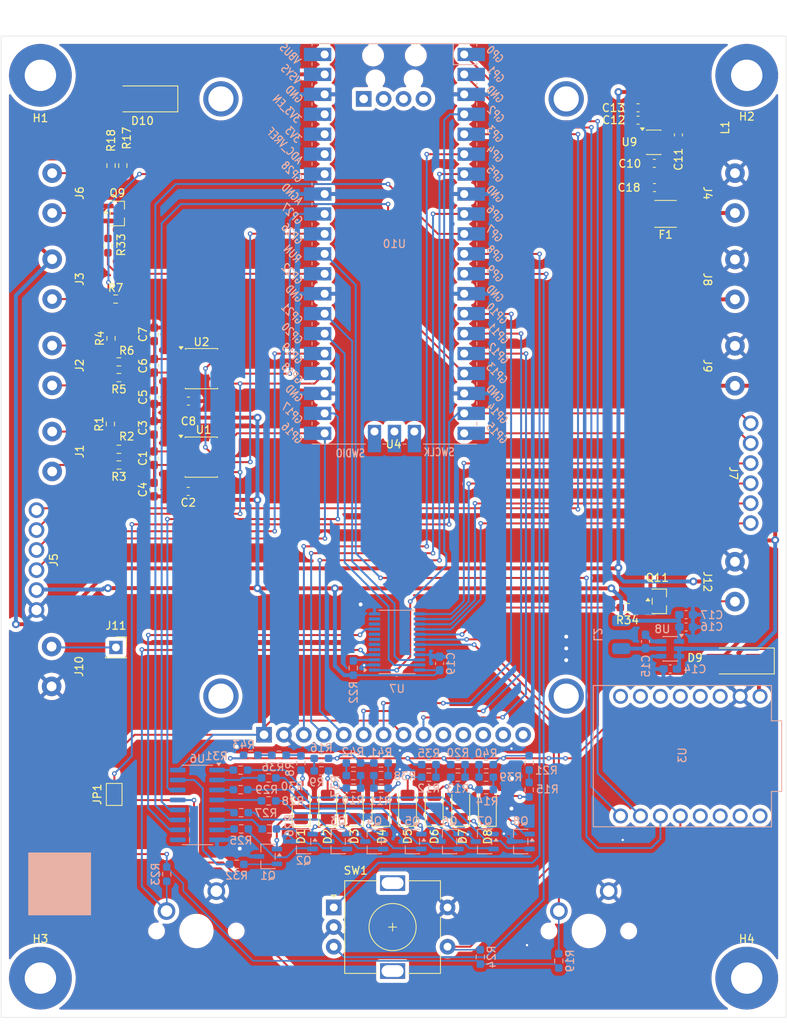
<source format=kicad_pcb>
(kicad_pcb (version 20241229) (generator "pcbnew") (generator_version "9.0")
  (layers (0 "F.Cu" signal) (2 "B.Cu" signal) (13 "F.Paste" user) (15 "B.Paste" user) (5 "F.SilkS" user "F.Silkscreen") (7 "B.SilkS" user "B.Silkscreen") (1 "F.Mask" user) (3 "B.Mask" user) (25 "Edge.Cuts" user))
  (net 0 "")
  (net 1 "Net-(U1-T-)")
  (net 2 "Net-(U1-T+)")
  (net 3 "Earth")
  (net 4 "+3.3V")
  (net 5 "Net-(U2-T+)")
  (net 6 "Net-(U2-T-)")
  (net 7 "+12V")
  (net 8 "Net-(U9-BST)")
  (net 9 "Net-(U9-SW)")
  (net 10 "+5V")
  (net 11 "Net-(U8-SW)")
  (net 12 "Net-(U8-BST)")
  (net 13 "Net-(D1-K)")
  (net 14 "Net-(D1-A)")
  (net 15 "Net-(D2-K)")
  (net 16 "Net-(D2-A)")
  (net 17 "Net-(D3-K)")
  (net 18 "Net-(D3-A)")
  (net 19 "Net-(D4-K)")
  (net 20 "Net-(D4-A)")
  (net 21 "Net-(D5-A)")
  (net 22 "Net-(D5-K)")
  (net 23 "Net-(D6-K)")
  (net 24 "Net-(D6-A)")
  (net 25 "Net-(D7-K)")
  (net 26 "Net-(D7-A)")
  (net 27 "Net-(D8-A)")
  (net 28 "Net-(D8-K)")
  (net 29 "Net-(D9-K)")
  (net 30 "Net-(J4-Pin_2)")
  (net 31 "Net-(J1-Pin_2)")
  (net 32 "Net-(J1-Pin_1)")
  (net 33 "Net-(J2-Pin_2)")
  (net 34 "Net-(J2-Pin_1)")
  (net 35 "Net-(D10-K)")
  (net 36 "Net-(J6-Pin_1)")
  (net 37 "Net-(J6-Pin_2)")
  (net 38 "/Power_LED")
  (net 39 "/Network_LED")
  (net 40 "/Disk_LED")
  (net 41 "/Hot_LED")
  (net 42 "/Profile_LED")
  (net 43 "/Fan_LED")
  (net 44 "/Empty_LED3")
  (net 45 "/Empty_LED2")
  (net 46 "Net-(R16-Pad2)")
  (net 47 "Net-(R13-Pad2)")
  (net 48 "Net-(R15-Pad2)")
  (net 50 "/RP-Pico/TP6_BOOTSEL")
  (net 51 "Net-(J12-Pin_2)")
  (net 52 "Net-(U7-Reset)")
  (net 77 "Thermistor_Analog")
  (net 78 "MOSI2")
  (net 79 "CS_SD")
  (net 80 "MISO2")
  (net 81 "SCK2")
  (net 82 "PWM2")
  (net 83 "IN1")
  (net 84 "IN3")
  (net 85 "PWM1")
  (net 86 "IN4")
  (net 87 "IN2")
  (net 88 "LED_PWM")
  (net 89 "Relay_CTRL")
  (net 90 "Fan_EN")
  (net 91 "ENC_B")
  (net 92 "ENC_A")
  (net 93 "ENC_SW")
  (net 94 "L_SW")
  (net 95 "R_SW")
  (net 96 "T1-CS")
  (net 99 "T2-CS")
  (net 100 "TX_Pico")
  (net 101 "Reset_Low")
  (net 102 "RX_Pico")
  (net 103 "MOSI")
  (net 104 "CS_Screen")
  (net 105 "Reset_Screen")
  (net 107 "D{slash}C")
  (net 108 "SCK")
  (net 109 "MISO")
  (net 111 "Shift_CLK")
  (net 112 "Shift_Clear")
  (net 113 "SCL")
  (net 114 "Indicator_Update")
  (net 115 "SDA")
  (net 116 "Shift_IN")
  (net 119 "Interrupt")
  (net 121 "unconnected-(U4-T_OUT-Pad2)")
  (net 125 "Net-(U6-QH)")
  (net 126 "Net-(U6-QG)")
  (net 127 "Net-(U6-QF)")
  (net 128 "Net-(U6-QE)")
  (net 129 "Net-(U6-QD)")
  (net 130 "Net-(U6-QC)")
  (net 131 "Net-(U6-QB)")
  (net 132 "Net-(U6-QA)")
  (net 133 "Net-(Q9-G)")
  (net 134 "Net-(Q11-G)")
  (net 135 "Net-(R36-Pad2)")
  (net 136 "Net-(R10-Pad2)")
  (net 137 "Net-(R11-Pad2)")
  (net 138 "Net-(R12-Pad2)")
  (net 139 "Net-(R14-Pad2)")
  (net 140 "Net-(R36-Pad1)")
  (net 141 "Net-(R37-Pad1)")
  (net 142 "Net-(R38-Pad1)")
  (net 143 "Net-(R39-Pad1)")
  (footprint "Capacitor_SMD:C_0603_1608Metric_Pad1.08x0.95mm_HandSolder" (layer "F.Cu") (at 119.5 96 90)
    (property "Reference" "C5")
    (property "Value" "1nF")
  )
  (footprint "Resistor_SMD:R_0603_1608Metric_Pad0.98x0.95mm_HandSolder" (layer "F.Cu") (at 114 66.5 90)
    (property "Reference" "R18")
    (property "Value" "10k")
  )
  (footprint "Capacitor_SMD:C_0603_1608Metric_Pad1.08x0.95mm_HandSolder" (layer "F.Cu") (at 123.8625 96.5 180)
    (property "Reference" "C8")
    (property "Value" "100nF")
  )
  (footprint "MX_Only:MXOnly-1U-NoLED" (layer "F.Cu") (at 174.875 164)
    (property "Reference" "SW3")
    (property "Value" "SW_Push")
  )
  (footprint "LED_SMD:LED_1206_3216Metric_Pad1.42x1.75mm_HandSolder" (layer "F.Cu") (at 155.17 148.2 90)
    (property "Reference" "D6")
    (property "Value" "C965827")
  )
  (footprint "Arduino-Accesories:2.8in TFT Display" (layer "F.Cu") (at 150 55)
    (property "Reference" "U4")
    (property "Value" "2.8\"_SPI_Display Touch Screen for ESP32")
  )
  (footprint "MountingHole:MountingHole_4mm_Pad" (layer "F.Cu") (at 105 170)
    (property "Reference" "H3")
    (property "Value" "MountingHole")
  )
  (footprint "Package_TO_SOT_SMD:SOT-23-3" (layer "F.Cu") (at 183.8625 122)
    (property "Reference" "Q11")
    (property "Value" "SSF2302")
  )
  (footprint "LED_SMD:LED_1206_3216Metric_Pad1.42x1.75mm_HandSolder" (layer "F.Cu") (at 161.95 148.2 90)
    (property "Reference" "D8")
    (property "Value" "LED")
  )
  (footprint "Connectors_Terminals:1x2 5.08mm Screw Terminal" (layer "F.Cu") (at 106.5 91.96 90)
    (property "Reference" "J2")
    (property "Value" "Screw_Terminal_01x02")
  )
  (footprint "LED_SMD:LED_1206_3216Metric_Pad1.42x1.75mm_HandSolder" (layer "F.Cu") (at 158.56 148.2 90)
    (property "Reference" "D7")
    (property "Value" "LED")
  )
  (footprint "MountingHole:MountingHole_4mm_Pad" (layer "F.Cu") (at 105 55)
    (property "Reference" "H1")
    (property "Value" "MountingHole")
  )
  (footprint "Capacitor_SMD:C_0603_1608Metric_Pad1.08x0.95mm_HandSolder" (layer "F.Cu") (at 119.475 107.77 90)
    (property "Reference" "C4")
    (property "Value" "1nF")
  )
  (footprint "Fuse:Fuse_1812_4532Metric_Pad1.30x3.40mm_HandSolder" (layer "F.Cu") (at 184.658 72.644 180)
    (property "Reference" "F1")
    (property "Value" "2A")
  )
  (footprint "Connectors_Terminals:1x2 5.08mm Screw Terminal" (layer "F.Cu") (at 193.5 70 -90)
    (property "Reference" "J4")
    (property "Value" "Screw_Terminal_01x02")
  )
  (footprint "Capacitor_SMD:C_0603_1608Metric_Pad1.08x0.95mm_HandSolder" (layer "F.Cu") (at 119.475 99.9075 90)
    (property "Reference" "C3")
    (property "Value" "1nF")
  )
  (footprint "Package_SO:SOIC-8_3.9x4.9mm_P1.27mm" (layer "F.Cu") (at 125.5 103.635)
    (property "Reference" "U1")
    (property "Value" "MAX31855KASA")
  )
  (footprint "MountingHole:MountingHole_4mm_Pad" (layer "F.Cu") (at 195 170)
    (property "Reference" "H4")
    (property "Value" "MountingHole")
  )
  (footprint "Capacitor_SMD:C_0603_1608Metric_Pad1.08x0.95mm_HandSolder" (layer "F.Cu") (at 119.475 103.77 90)
    (property "Reference" "C1")
    (property "Value" "10nF")
  )
  (footprint "Resistor_SMD:R_0603_1608Metric_Pad0.98x0.95mm_HandSolder" (layer "F.Cu") (at 113.9125 99.4125 90)
    (property "Reference" "R1")
    (property "Value" "1M")
  )
  (footprint "Capacitor_SMD:C_0603_1608Metric_Pad1.08x0.95mm_HandSolder" (layer "F.Cu") (at 181.15 60.7125 180)
    (property "Reference" "C12")
    (property "Value" "22uF")
  )
  (footprint "Resistor_SMD:R_0603_1608Metric_Pad0.98x0.95mm_HandSolder" (layer "F.Cu") (at 115 91.5)
    (property "Reference" "R6")
    (property "Value" "10k")
  )
  (footprint "Rotary_Encoder:RotaryEncoder_Alps_EC11E-Switch_Vertical_H20mm" (layer "F.Cu") (at 142.375 161)
    (property "Reference" "SW1")
    (property "Value" "EC11 Generic")
  )
  (footprint "Connectors_Terminals:1x6 2.54mm Screw Terminal" (layer "F.Cu") (at 195.5 105.68 -90)
    (property "Reference" "J7")
    (property "Value" "Screw_Terminal_01x06")
  )
  (footprint "Resistor_SMD:R_0603_1608Metric_Pad0.98x0.95mm_HandSolder" (layer "F.Cu") (at 115 104.635)
    (property "Reference" "R3")
    (property "Value" "10k")
  )
  (footprint "Capacitor_SMD:C_0603_1608Metric_Pad1.08x0.95mm_HandSolder" (layer "F.Cu") (at 119.5 92 90)
    (property "Reference" "C6")
    (property "Value" "10nF")
  )
  (footprint "Diode_SMD:D_SMA_Handsoldering" (layer "F.Cu") (at 118 58 180)
    (property "Reference" "D10")
    (property "Value" "C2986110")
  )
  (footprint "Capacitor_SMD:C_0603_1608Metric_Pad1.08x0.95mm_HandSolder" (layer "F.Cu") (at 186.3 62.5875 -90)
    (property "Reference" "C11")
    (property "Value" "100nF")
  )
  (footprint "Resistor_SMD:R_0603_1608Metric_Pad0.98x0.95mm_HandSolder" (layer "F.Cu") (at 114.5875 83.5)
    (property "Reference" "R7")
    (property "Value" "1k")
  )
  (footprint "Connector_PinSocket_2.54mm:PinSocket_1x01_P2.54mm_Vertical" (layer "F.Cu") (at 114.625 127.875)
    (property "Reference" "J11")
    (property "Value" "Screw_Terminal_01x01")
  )
  (footprint "Package_TO_SOT_SMD:SOT-23-3" (layer "F.Cu") (at 114.8 72.6)
    (property "Reference" "Q9")
    (property "Value" "SSF2302")
  )
  (footprint "Resistor_SMD:R_0603_1608Metric_Pad0.98x0.95mm_HandSolder" (layer "F.Cu") (at 113.6 76.6875 -90)
    (property "Reference" "R33")
    (property "Value" "100R")
  )
  (footprint "Connectors_Terminals:1x2 5.08mm Screw Terminal" (layer "F.Cu") (at 106.5 70 90)
    (property "Reference" "J6")
    (property "Value" "Screw_Terminal_01x02")
  )
  (footprint "Resistor_SMD:R_0603_1608Metric_Pad0.98x0.95mm_HandSolder" (layer "F.Cu") (at 179.8 122.8 180)
    (property "Reference" "R34")
    (property "Value" "100R")
  )
  (footprint "Connectors_Terminals:1x2 5.08mm Screw Terminal" (layer "F.Cu") (at 106.5 80.96 90)
    (property "Reference" "J3")
    (property "Value" "Screw_Terminal_01x02")
  )
  (footprint "Connectors_Terminals:1x2 5.08mm Screw Terminal" (layer "F.Cu") (at 193.5 119.5 -90)
    (property "Reference" "J12")
    (property "Value" "Screw_Terminal_01x02")
  )
  (footprint "LED_SMD:LED_1206_3216Metric_Pad1.42x1.75mm_HandSolder" (layer "F.Cu") (at 151.78 148.2 90)
    (property "Reference" "D5")
    (property "Value" "C965825")
  )
  (footprint "MX_Only:MXOnly-1U-NoLED" (layer "F.Cu") (at 124.875 164)
    (property "Reference" "SW2")
    (property "Value" "SW_Push")
  )
  (footprint "Connectors_Terminals:1x6 2.54mm Screw Terminal" (layer "F.Cu") (at 104.5 116.75 90)
    (property "Reference" "J5")
    (property "Value" "Screw_Terminal_01x06")
  )
  (footprint "Resistor_SMD:R_0603_1608Metric_Pad0.98x0.95mm_HandSolder" (layer "F.Cu") (at 114 88.5 90)
    (property "Reference" "R4")
    (property "Value" "1M")
  )
  (footprint "Resistor_SMD:R_0603_1608Metric_Pad0.98x0.95mm_HandSolder" (layer "F.Cu") (at 115 102.635)
    (property "Reference" "R2")
    (property "Value" "10k")
  )
  (footprint "Connectors_Terminals:1x2 5.08mm Screw Terminal" (layer "F.Cu") (at 193.5 81 -90)
    (property "Reference" "J8")
    (property "Value" "Screw_Terminal_01x02")
  )
  (footprint "Connectors_Terminals:1x2 5.08mm Screw Terminal" (layer "F.Cu") (at 106.426 130.302 90)
    (property "Reference" "J10")
    (property "Value" "Screw_Terminal_01x02")
  )
  (footprint "Jumper:SolderJumper-2_P1.3mm_Open_TrianglePad1.0x1.5mm" (layer "F.Cu") (at 114.4 146.6 -90)
    (property "Reference" "JP1")
    (property "Value" "PWM_Jump_Open")
  )
  (footprint "Capacitor_SMD:C_0603_1608Metric_Pad1.08x0.95mm_HandSolder" (layer "F.Cu") (at 181.15 59.1375 180)
    (property "Reference" "C13")
    (property "Value" "22uF")
  )
  (footprint "Resistor_SMD:R_0603_1608Metric_Pad0.98x0.95mm_HandSolder" (layer "F.Cu") (at 115.5 66.5 90)
    (property "Reference" "R17")
    (property "Value" "10k")
  )
  (footprint "Diode_SMD:D_SMA_Handsoldering" (layer "F.Cu") (at 194 129.6 180)
    (property "Reference" "D9")
    (property "Value" "C2986110")
  )
  (footprint "Package_SO:SOIC-8_3.9x4.9mm_P1.27mm" (layer "F.Cu") (at 125.525 92.365)
    (property "Reference" "U2")
    (property "Value" "MAX31855KASA")
  )
  (footprint "MountingHole:MountingHole_4mm_Pad" (layer "F.Cu") (at 195 55)
    (property "Reference" "H2")
    (property "Value" "MountingHole")
  )
  (footprint "Capacitor_SMD:C_0603_1608Metric_Pad1.08x0.95mm_HandSolder" (layer "F.Cu") (at 123.8375 108 180)
    (property "Reference" "C2")
    (property "Value" "100nF")
  )
  (footprint "Connectors_Terminals:1x2 5.08mm Screw Terminal" (layer "F.Cu") (at 106.5 102.92 90)
    (property "Reference" "J1")
    (property "Value" "Screw_Terminal_01x02")
  )
  (footprint "LED_SMD:LED_1206_3216Metric_Pad1.42x1.75mm_HandSolder" (layer "F.Cu") (at 138.22 148.2 90)
    (property "Reference" "D1")
    (property "Value" "C688886")
  )
  (footprint "Inductors:LCSCC22463808" (layer "F.Cu") (at 189.3 61.6375 90)
    (property "Reference" "L1")
    (property "Value" "4.7uH")
  )
  (footprint "LED_SMD:LED_1206_3216Metric_Pad1.42x1.75mm_HandSolder" (layer "F.Cu") (at 141.61 148.2 90)
    (property "Reference" "D2")
    (property "Value" "C965828")
  )
  (footprint "Capacitor_SMD:C_0603_1608Metric_Pad1.08x0.95mm_HandSolder" (layer "F.Cu") (at 119.5 88 90)
    (property "Reference" "C7")
    (property "Value" "1nF")
  )
  (footprint "Capacitor_SMD:C_0603_1608Metric_Pad1.08x0.95mm_HandSolder" (layer "F.Cu") (at 183.225 66.2125)
    (property "Reference" "C10")
    (property "Value" "10uF")
  )
  (footprint "Package_TO_SOT_SMD:TSOT-23-6" (layer "F.Cu") (at 183.154 63.5305)
    (property "Reference" "U9")
    (property "Value" "AP63205WU")
  )
  (footprint "Connectors_Terminals:1x2 5.08mm Screw Terminal" (layer "F.Cu") (at 193.5 92 -90)
    (property "Reference" "J9")
    (property "Value" "Screw_Terminal_01x02")
  )
  (footprint "Capacitor_SMD:C_0603_1608Metric_Pad1.08x0.95mm_HandSolder" (layer "F.Cu") (at 183.25 69.3)
    (property "Reference" "C18")
    (property "Value" "10uF")
  )
  (footprint "Resistor_SMD:R_0603_1608Metric_Pad0.98x0.95mm_HandSolder" (layer "F.Cu") (at 115 93.5)
    (property "Reference" "R5")
    (property "Value" "10k")
  )
  (footprint "LED_SMD:LED_1206_3216Metric_Pad1.42x1.75mm_HandSolder" (layer "F.Cu") (at 145 148.2 90)
    (property "Reference" "D3")
    (property "Value" "C779811")
  )
  (footprint "LED_SMD:LED_1206_3216Metric_Pad1.42x1.75mm_HandSolder" (layer "F.Cu") (at 148.39 148.2 90)
    (property "Reference" "D4")
    (property "Value" "C2827254")
  )
  (footprint "Resistor_SMD:R_0603_1608Metric_Pad0.98x0.95mm_HandSolder" (layer "B.Cu") (at 130.5 146)
    (property "Reference" "R29")
    (property "Value" "100R")
  )
  (footprint "Capacitor_SMD:C_0603_1608Metric_Pad1.08x0.95mm_HandSolder" (layer "B.Cu") (at 187.275 123.7)
    (property "Reference" "C17")
    (property "Value" "22uF")
  )
  (footprint "Resistor_SMD:R_0603_1608Metric_Pad0.98x0.95mm_HandSolder" (layer "B.Cu") (at 130 155.5)
    (property "Reference" "R32")
    (property "Value" "100R")
  )
  (footprint "Resistor_SMD:R_0603_1608Metric_Pad0.98x0.95mm_HandSolder" (layer "B.Cu") (at 148.4 142.6)
    (property "Reference" "R41")
    (property "Value" "100R")
  )
  (footprint "Resistor_SMD:R_0603_1608Metric_Pad0.98x0.95mm_HandSolder" (layer "B.Cu") (at 134.0875 144.5)
    (property "Reference" "R30")
    (property "Value" "100R")
  )
  (footprint "Resistor_SMD:R_0603_1608Metric_Pad0.98x0.95mm_HandSolder" (layer "B.Cu") (at 148.4 144.2 180)
    (property "Reference" "R38")
    (property "Value" "200R")
  )
  (footprint "Resistor_SMD:R_0603_1608Metric_Pad0.98x0.95mm_HandSolder" (layer "B.Cu") (at 167.275 142.575 90)
    (property "Reference" "R21")
    (property "Value" "200R")
  )
  (footprint "Resistor_SMD:R_0603_1608Metric_Pad0.98x0.95mm_HandSolder" (layer "B.Cu") (at 144.8875 142.6 180)
    (property "Reference" "R42")
    (property "Value" "100R")
  )
  (footprint "Package_TO_SOT_SMD:SOT-23-3" (layer "B.Cu") (at 147.5375 152.6 180)
    (property "Reference" "Q4")
    (property "Value" "SSF2302")
  )
  (footprint "Resistor_SMD:R_0603_1608Metric_Pad0.98x0.95mm_HandSolder" (layer "B.Cu") (at 134.075 147.425 180)
    (property "Reference" "R28")
    (property "Value" "100R")
  )
  (footprint "Package_TO_SOT_SMD:TSOT-23-6" (layer "B.Cu") (at 185.2375 128.05 180)
    (property "Reference" "U8")
    (property "Value" "AP63203WU")
  )
  (footprint "Resistor_SMD:R_0603_1608Metric_Pad0.98x0.95mm_HandSolder" (layer "B.Cu") (at 130.5875 151 180)
    (property "Reference" "R25")
    (property "Value" "100R")
  )
  (footprint "Package_TO_SOT_SMD:SOT-23-3" (layer "B.Cu") (at 152.4 152.6 180)
    (property "Reference" "Q5")
    (property "Value" "SSF2302")
  )
  (footprint "Resistor_SMD:R_0603_1608Metric_Pad0.98x0.95mm_HandSolder" (layer "B.Cu") (at 134.175 151 180)
    (property "Reference" "R26")
    (property "Value" "100R")
  )
  (footprint "Resistor_SMD:R_0603_1608Metric_Pad0.98x0.95mm_HandSolder" (layer "B.Cu") (at 167.275 146 90)
    (property "Reference" "R15")
    (property "Value" "200R")
  )
  (footprint "Resistor_SMD:R_0603_1608Metric_Pad0.98x0.95mm_HandSolder" (layer "B.Cu") (at 154.4875 142.8 180)
    (property "Reference" "R35")
    (property "Value" "200R")
  )
  (footprint "Resistor_SMD:R_0603_1608Metric_Pad0.98x0.95mm_HandSolder" (layer "B.Cu") (at 130.575 148.925 180)
    (property "Reference" "R27")
    (property "Value" "100R")
  )
  (footprint "Resistor_SMD:R_0603_1608Metric_Pad0.98x0.95mm_HandSolder" (layer "B.Cu") (at 144.8875 144.2)
    (property "Reference" "R37")
    (property "Value" "200R")
  )
  (footprint "Resistor_SMD:R_0603_1608Metric_Pad0.98x0.95mm_HandSolder" (layer "B.Cu") (at 171.05 167.8 90)
    (property "Reference" "R19")
    (property "Value" "10k")
  )
  (footprint "Inductors:LCSCC22463808" (layer "B.Cu") (at 179 126.25 90)
    (property "Reference" "L2")
    (property "Value" "4.7uH")
  )
  (footprint "Capacitor_SMD:C_0603_1608Metric_Pad1.08x0.95mm_HandSolder" (layer "B.Cu") (at 182.1 127.125 -90)
    (property "Reference" "C15")
    (property "Value" "100nF")
  )
  (footprint "Package_TO_SOT_SMD:SOT-23-3" (layer "B.Cu") (at 161.6 152.6 180)
    (property "Reference" "Q7")
    (property "Value" "SSF2302")
  )
  (footprint "Package_SO:TSSOP-24_4.4x7.8mm_P0.65mm" (layer "B.Cu") (at 150.4375 127.175)
    (property "Reference" "U7")
    (property "Value" "TCA9539PWR")
  )
  (footprint "Package_TO_SOT_SMD:SOT-23-3" (layer "B.Cu") (at 166.2 152.6 180)
    (property "Reference" "Q8")
    (property "Value" "SSF2302")
  )
  (footprint "Capacitor_SMD:C_0603_1608Metric_Pad1.08x0.95mm_HandSolder" (layer "B.Cu") (at 187.275 125.275)
    (property "Reference" "C16")
    (property "Value" "22uF")
  )
  (footprint "Resistor_SMD:R_0603_1608Metric_Pad0.98x0.95mm_HandSolder" (layer "B.Cu") (at 154.4875 144.4)
    (property "Reference" "R12")
    (property "Value" "200R")
  )
  (footprint "Package_TO_SOT_SMD:SOT-23-3" (layer "B.Cu") (at 157.1375 152.6 180)
    (property "Reference" "Q6")
    (property "Value" "SSF2302")
  )
  (footprint "Resistor_SMD:R_0603_1608Metric_Pad0.98x0.95mm_HandSolder" (layer "B.Cu") (at 130.5 143.5)
    (property "Reference" "R31")
    (property "Value" "100R")
  )
  (footprint "RPI-Pico:RPi_Pico_SMD_TH" (layer "B.Cu") (at 150.11 76.47 180)
    (property "Reference" "U10")
    (property "Value" "RPi Pico")
  )
  (footprint "Package_SO:SOP-16_3.9x9.9mm_P1.27mm" (layer "B.Cu") (at 125 147.945 180)
    (property "Reference" "U6")
    (property "Value" "74HC595")
  )
  (footprint "Resistor_SMD:R_0603_1608Metric_Pad0.98x0.95mm_HandSolder" (layer "B.Cu") (at 161.05 167.3 90)
    (property "Reference" "R24")
    (property "Value" "10k")
  )
  (footprint "Capacitor_SMD:C_0603_1608Metric_Pad1.08x0.95mm_HandSolder" (layer "B.Cu") (at 185.25 130.625 180)
    (property "Reference" "C14")
    (property "Value" "10uF")
  )
  (footprint "Resistor_SMD:R_0603_1608Metric_Pad0.98x0.95mm_HandSolder" (layer "B.Cu") (at 161.8 146)
    (property "Reference" "R14")
    (property "Value" "200R")
  )
  (footprint "Resistor_SMD:R_0603_1608Metric_Pad0.98x0.95mm_HandSolder" (layer "B.Cu") (at 140.8 143.6 180)
    (property "Reference" "R9")
    (property "Value" "200R")
  )
  (footprint "Package_TO_SOT_SMD:SOT-23-3" (layer "B.Cu") (at 142.9375 152.6 180)
    (property "Reference" "Q3")
    (property "Value" "SSF2302")
  )
  (footprint "Package_TO_SOT_SMD:SOT-23-3" (layer "B.Cu") (at 138.5375 152.6 180)
    (property "Reference" "Q2")
    (property "Value" "SSF2302")
  )
  (footprint "Resistor_SMD:R_0603_1608Metric_Pad0.98x0.95mm_HandSolder" (layer "B.Cu") (at 161.8 144.4)
    (property "Reference" "R39")
    (property "Value" "200R")
  )
  (footprint "Resistor_SMD:R_0603_1608Metric_Pad0.98x0.95mm_HandSolder" (layer "B.Cu") (at 161.8 142.8 180)
    (property "Reference" "R40")
    (property "Value" "100R")
  )
  (footprint "Resistor_SMD:R_0603_1608Metric_Pad0.98x0.95mm_HandSolder" (layer "B.Cu") (at 158.2 142.8 180)
    (property "Reference" "R20")
    (property "Value" "200R")
  )
  (footprint "Capacitor_SMD:C_0603_1608Metric_Pad1.08x0.95mm_HandSolder" (layer "B.Cu") (at 155.8625 129.925 90)
    (property "Reference" "C19")
    (property "Value" "100nF")
  )
  (footprint "Resistor_SMD:R_0603_1608Metric_Pad0.98x0.95mm_HandSolder" (layer "B.Cu") (at 144.8625 130.5 90)
    (property "Reference" "R22")
    (property "Value" "10k")
  )
  (footprint "Resistor_SMD:R_0603_1608Metric_Pad0.98x0.95mm_HandSolder" (layer "B.Cu") (at 140.8 142 180)
    (property "Reference" "R16")
    (property "Value" "200R")
  )
  (footprint "Resistor_SMD:R_0603_1608Metric_Pad0.98x0.95mm_HandSolder" (layer "B.Cu") (at 138.2 142.6 90)
    (property "Reference" "R8")
    (property "Value" "200R")
  )
  (footprint "Resistor_SMD:R_0603_1608Metric_Pad0.98x0.95mm_HandSolder" (layer "B.Cu") (at 135.4 141.6)
    (property "Reference" "R36")
    (property "Value" "200R")
  )
  (footprint "Package_TO_SOT_SMD:SOT-23-3" (layer "B.Cu") (at 134 154.5 180)
    (property "Reference" "Q1")
    (property "Value" "SSF2302")
  )
  (footprint "Resistor_SMD:R_0603_1608Metric_Pad0.98x0.95mm_HandSolder" (layer "B.Cu") (at 144.8875 145.8)
    (property "Reference" "R10")
    (property "Value" "200R")
  )
  (footprint "Resistor_SMD:R_0603_1608Metric_Pad0.98x0.95mm_HandSolder" (layer "B.Cu") (at 158.2 144.4)
    (property "Reference" "R13")
    (property "Value" "200R")
  )
  (footprint "ESP-32:ESP32-C3_SUPERMINI" (layer "B.Cu") (at 186.8 141.725 90)
    (property "Reference" "U3")
    (property "Value" "ESP32-C3-SuperMini from aliexpress")
  )
  (footprint "Resistor_SMD:R_0603_1608Metric_Pad0.98x0.95mm_HandSolder" (layer "B.Cu") (at 148.4 145.8 180)
    (property "Reference" "R11")
    (property "Value" "200R")
  )
  (footprint "Resistor_SMD:R_0603_1608Metric_Pad0.98x0.95mm_HandSolder" (layer "B.Cu") (at 121.1 156.75 -90)
    (property "Reference" "R23")
    (property "Value" "10k")
  )
  (footprint "Resistor_SMD:R_0603_1608Metric_Pad0.98x0.95mm_HandSolder" (layer "B.Cu") (at 131.8 141.6)
    (property "Reference" "R43")
    (property "Value" "100R")
  )
  (gr_rect (start 103.45 154) (end 111.45 162) (fill yes) (layer "B.SilkS"))
  (gr_rect (start 100 50) (end 200 175) (stroke (width 0.05)) (fill no) (layer "Edge.Cuts"))
  (segment (start 119.475 102.9075) (end 122.9325 102.9075) (width 0.25) (layer "F.Cu") (net 1))
  (segment (start 115.9125 102.635) (end 119.2025 102.635) (width 0.25) (layer "F.Cu") (net 1))
  (segment (start 119.475 102.9075) (end 119.475 100.77) (width 0.25) (layer "F.Cu") (net 1))
  (segment (start 122.9325 102.9075) (end 123.025 103) (width 0.25) (layer "F.Cu") (net 1))
  (segment (start 119.2025 102.635) (end 119.475 102.9075) (width 0.25) (layer "F.Cu") (net 1))
  (segment (start 119.4725 104.635) (end 119.475 104.6325) (width 0.25) (layer "F.Cu") (net 2))
  (segment (start 115.9125 104.635) (end 119.4725 104.635) (width 0.25) (layer "F.Cu") (net 2))
  (segment (start 119.475 104.6325) (end 122.6625 104.6325) (width 0.25) (layer "F.Cu") (net 2))
  (segment (start 119.475 106.9075) (end 119.475 104.6325) (width 0.25) (layer "F.Cu") (net 2))
  (segment (start 122.6625 104.6325) (end 123.025 104.27) (width 0.25) (layer "F.Cu") (net 2))
  (via (at 167 165.8) (size 0.6) (drill 0.3) (layers "F.Cu" "B.Cu") (net 3))
  (via (at 156.8 148.4) (size 0.6) (drill 0.3) (layers "F.Cu" "B.Cu") (net 3))
  (via (at 159.45 151.7) (size 0.6) (drill 0.3) (layers "F.Cu" "B.Cu") (net 3))
  (via (at 145.8 122.4) (size 1) (drill 0.5) (layers "F.Cu" "B.Cu") (net 3))
  (via (at 164.05 151.6) (size 0.6) (drill 0.3) (layers "F.Cu" "B.Cu") (net 3))
  (via (at 130.4 153.5) (size 1) (drill 0.5) (layers "F.Cu" "B.Cu") (net 3))
  (via (at 150.45 151.7) (size 0.6) (drill 0.3) (layers "F.Cu" "B.Cu") (net 3))
  (via (at 130 140.5) (size 1) (drill 0.5) (layers "F.Cu" "B.Cu") (net 3))
  (via (at 172 126.5) (size 1) (drill 0.5) (layers "F.Cu" "B.Cu") (net 3))
  (via (at 136.45 151.65) (size 0.6) (drill 0.3) (layers "F.Cu" "B.Cu") (net 3))
  (via (at 146.25 130.15) (size 0.6) (drill 0.3) (layers "F.Cu" "B.Cu") (net 3))
  (via (at 145.45 151.7) (size 0.6) (drill 0.3) (layers "F.Cu" "B.Cu") (net 3))
  (via (at 179.2 152.4) (size 0.6) (drill 0.3) (layers "F.Cu" "B.Cu") (net 3))
  (via (at 140.95 151.65) (size 0.6) (drill 0.3) (layers "F.Cu" "B.Cu") (net 3))
  (via (at 165.025 140.75) (size 0.6) (drill 0.3) (layers "F.Cu" "B.Cu") (net 3))
  (via (at 172 128) (size 1) (drill 0.5) (layers "F.Cu" "B.Cu") (net 3))
  (via (at 165.1 144.55) (size 1) (drill 0.5) (layers "F.Cu" "B.Cu") (net 3))
  (via (at 165.025 148.4) (size 1) (drill 0.5) (layers "F.Cu" "B.Cu") (net 3))
  (via (at 150.8 143.4) (size 0.6) (drill 0.3) (layers "F.Cu" "B.Cu") (net 3))
  (via (at 172 129.5) (size 1) (drill 0.5) (layers "F.Cu" "B.Cu") (net 3))
  (via (at 154.95 151.6) (size 0.6) (drill 0.3) (layers "F.Cu" "B.Cu") (net 3))
  (via (at 150.8 141) (size 0.6) (drill 0.3) (layers "F.Cu" "B.Cu") (net 3))
  (segment (start 150.5625 151.7) (end 151.3625 152.5) (width 0.25) (layer "B.Cu") (net 3))
  (segment (start 164.05 151.6) (end 164.05 151.625) (width 0.25) (layer "B.Cu") (net 3))
  (segment (start 159.45 151.7) (end 159.55 151.7) (width 0.25) (layer "B.Cu") (net 3))
  (segment (start 159.55 151.7) (end 160.35 152.5) (width 0.25) (layer "B.Cu") (net 3))
  (segment (start 146.275 130.125) (end 146.25 130.15) (width 0.25) (layer "B.Cu") (net 3))
  (segment (start 153.5375 128.825) (end 155.625 128.825) (width 0.25) (layer "B.Cu") (net 3))
  (segment (start 140.95 151.65) (end 141.0125 151.65) (width 0.25) (layer "B.Cu") (net 3))
  (segment (start 145.5625 151.7) (end 146.3625 152.5) (width 0.25) (layer "B.Cu") (net 3))
  (segment (start 155.625 128.825) (end 155.8625 129.0625) (width 0.25) (layer "B.Cu") (net 3))
  (segment (start 145.45 151.7) (end 145.5625 151.7) (width 0.25) (layer "B.Cu") (net 3))
  (segment (start 150.45 151.7) (end 150.5625 151.7) (width 0.25) (layer "B.Cu") (net 3))
  (segment (start 136.45 151.65) (end 136.5125 151.65) (width 0.25) (layer "B.Cu") (net 3))
  (segment (start 136.5125 151.65) (end 137.3625 152.5) (width 0.25) (layer "B.Cu") (net 3))
  (segment (start 164.05 151.625) (end 164.925 152.5) (width 0.25) (layer "B.Cu") (net 3))
  (segment (start 141.0125 151.65) (end 141.8625 152.5) (width 0.25) (layer "B.Cu") (net 3))
  (segment (start 154.95 151.6) (end 154.9625 151.6) (width 0.25) (layer "B.Cu") (net 3))
  (segment (start 147.8125 130.125) (end 146.275 130.125) (width 0.25) (layer "B.Cu") (net 3))
  (segment (start 154.9625 151.6) (end 155.8625 152.5) (width 0.25) (layer "B.Cu") (net 3))
  (segment (start 132.65 120.325) (end 113.6 120.325) (width 0.5) (layer "F.Cu") (net 4))
  (segment (start 123 96.5) (end 123 94.32) (width 0.25) (layer "F.Cu") (net 4))
  (segment (start 111.75 151.05) (end 114.9 154.2) (width 0.25) (layer "F.Cu") (net 4))
  (segment (start 134.6 137) (end 134.8 137.2) (width 0.25) (layer "F.Cu") (net 4))
  (segment (start 125.1 98.6) (end 123 96.5) (width 0.5) (layer "F.Cu") (net 4))
  (segment (start 114.9 154.2) (end 121.1 154.2) (width 0.25) (layer "F.Cu") (net 4))
  (segment (start 133.49 138.11) (end 134.6 137) (width 0.25) (layer "F.Cu") (net 4))
  (segment (start 177.75 120.35) (end 142.525 120.35) (width 0.5) (layer "F.Cu") (net 4))
  (segment (start 133.49 139) (end 117 139) (width 0.25) (layer "F.Cu") (net 4))
  (segment (start 149.47 137.2) (end 151.27 139) (width 0.25) (layer "F.Cu") (net 4))
  (segment (start 123 94.32) (end 123.05 94.27) (width 0.25) (layer "F.Cu") (net 4))
  (segment (start 134.8 137.2) (end 149.47 137.2) (width 0.25) (layer "F.Cu") (net 4))
  (segment (start 132.675 120.35) (end 132.65 120.325) (width 0.5) (layer "F.Cu") (net 4))
  (segment (start 142.525 120.35) (end 132.675 120.35) (width 0.5) (layer "F.Cu") (net 4))
  (segment (start 122.975 105.59) (end 123.025 105.54) (width 0.25) (layer "F.Cu") (net 4))
  (segment (start 124.05 109.075) (end 122.975 108) (width 0.5) (layer "F.Cu") (net 4))
  (segment (start 122.975 108) (end 122.975 105.59) (width 0.25) (layer "F.Cu") (net 4))
  (segment (start 133.49 139) (end 133.49 138.11) (width 0.25) (layer "F.Cu") (net 4))
  (segment (start 132.65 109.075) (end 124.05 109.075) (width 0.5) (layer "F.Cu") (net 4))
  (segment (start 111.75 144.25) (end 111.75 151.05) (width 0.25) (layer "F.Cu") (net 4))
  (segment (start 132.675 98.6) (end 125.1 98.6) (width 0.5) (layer "F.Cu") (net 4))
  (segment (start 117 139) (end 111.75 144.25) (width 0.25) (layer "F.Cu") (net 4))
  (via (at 132.675 98.6) (size 1) (drill 0.5) (layers "F.Cu" "B.Cu") (net 4))
  (via (at 177.75 120.35) (size 1) (drill 0.5) (layers "F.Cu" "B.Cu") (net 4))
  (via (at 113.6 120.325) (size 1) (drill 0.5) (layers "F.Cu" "B.Cu") (net 4))
  (via (at 132.65 120.325) (size 1) (drill 0.5) (layers "F.Cu" "B.Cu") (net 4))
  (via (at 121.1 154.2) (size 0.6) (drill 0.3) (layers "F.Cu" "B.Cu") (net 4))
  (via (at 132.65 109.075) (size 1) (drill 0.5) (layers "F.Cu" "B.Cu") (net 4))
  (via (at 142.525 120.35) (size 1) (drill 0.5) (layers "F.Cu" "B.Cu") (net 4))
  (segment (start 142.525 120.35) (end 142.525 130.225) (width 0.5) (layer "B.Cu") (net 4))
  (segment (start 112.925 120.5) (end 104.5 120.5) (width 0.5) (layer "B.Cu") (net 4))
  (segment (start 122.5 143.5) (end 127 139) (width 0.25) (layer "B.Cu") (net 4))
  (segment (start 170.55 168.2125) (end 171.05 168.7125) (width 0.2) (layer "B.Cu") (net 4))
  (segment (start 123.2 157.9) (end 123.1625 157.9) (width 0.2) (layer "B.Cu") (net 4))
  (segment (start 143.7125 131.4125) (end 144.8625 131.4125) (width 0.5) (layer "B.Cu") (net 4))
  (segment (start 142.525 130.225) (end 143.7125 131.4125) (width 0.5) (layer "B.Cu") (net 4))
  (segment (start 155.2375 131.4125) (end 144.8625 131.4125) (width 0.25) (layer "B.Cu") (net 4))
  (segment (start 123.1625 157.9) (end 121.1 155.8375) (width 0.2) (layer "B.Cu") (net 4))
  (segment (start 155.8625 130.7875) (end 155.2375 131.4125) (width 0.25) (layer "B.Cu") (net 4))
  (segment (start 127 139) (end 133.49 139) (width 0.25) (layer "B.Cu") (net 4))
  (segment (start 161.05 168.2125) (end 160.6365 167.799) (width 0.2) (layer "B.Cu") (net 4))
  (segment (start 153.5375 130.775) (end 155.85 130.775) (width 0.25) (layer "B.Cu") (net 4))
  (segment (start 121.1 154.2) (end 121.1 155.8375) (width 0.25) (layer "B.Cu") (net 4))
  (segment (start 132.65 120.325) (end 132.65 109.075) (width 0.5) (layer "B.Cu") (net 4))
  (segment (start 179 124.475) (end 186.375 124.475) (width 0.5) (layer "B.Cu") (net 4))
  (segment (start 132.65 98.625) (end 132.675 98.6) (width 0.5) (layer "B.Cu") (net 4))
  (segment (start 133.49 121.165) (end 133.49 139) (width 0.5) (layer "B.Cu") (net 4))
  (segment (start 133.49 139) (end 133.49 139.09) (width 0.25) (layer "B.Cu") (net 4))
  (segment (start 179 121.6) (end 177.75 120.35) (width 0.5) (layer "B.Cu") (net 4))
  (segment (start 186.375 127.1) (end 186.375 124.475) (width 0.5) (layer "B.Cu") (net 4))
  (segment (start 132.090885 167.799) (end 123.2 158.908115) (width 0.2) (layer "B.Cu") (net 4))
  (segment (start 132.65 109.075) (end 132.65 98.625) (width 0.5) (layer "B.Cu") (net 4))
  (segment (start 186.375 124.475) (end 186.375 123.7375) (width 0.5) (layer "B.Cu") (net 4))
  (segment (start 113.1 120.325) (end 112.925 120.5) (width 0.5) (layer "B.Cu") (net 4))
  (segment (start 155.85 130.775) (end 155.8625 130.7875) (width 0.25) (layer "B.Cu") (net 4))
  (segment (start 160.6365 167.799) (end 132.090885 167.799) (width 0.2) (layer "B.Cu") (net 4))
  (segment (start 161.05 168.2125) (end 170.55 168.2125) (width 0.2) (layer "B.Cu") (net 4))
  (segment (start 132.65 120.325) (end 133.49 121.165) (width 0.5) (layer "B.Cu") (net 4))
  (segment (start 123.2 158.908115) (end 123.2 157.9) (width 0.2) (layer "B.Cu") (net 4))
  (segment (start 113.6 120.325) (end 113.1 120.325) (width 0.5) (layer "B.Cu") (net 4))
  (segment (start 179 124.475) (end 179 121.6) (width 0.5) (layer "B.Cu") (net 4))
  (segment (start 122.9125 92.8625) (end 123.05 93) (width 0.25) (layer "F.Cu") (net 5))
  (segment (start 119.5 92.8625) (end 122.9125 92.8625) (width 0.25) (layer "F.Cu") (net 5))
  (segment (start 115.9125 93.5) (end 118.8625 93.5) (width 0.25) (layer "F.Cu") (net 5))
  (segment (start 119.5 95.1375) (end 119.5 92.8625) (width 0.25) (layer "F.Cu") (net 5))
  (segment (start 118.8625 93.5) (end 119.5 92.8625) (width 0.25) (layer "F.Cu") (net 5))
  (segment (start 119.5 91.1375) (end 122.4575 91.1375) (width 0.25) (layer "F.Cu") (net 6))
  (segment (start 115.9125 91.5) (end 119.1375 91.5) (width 0.25) (layer "F.Cu") (net 6))
  (segment (start 119.1375 91.5) (end 119.5 91.1375) (width 0.25) (layer "F.Cu") (net 6))
  (segment (start 122.4575 91.1375) (end 123.05 91.73) (width 0.25) (layer "F.Cu") (net 6))
  (segment (start 119.5 88.8625) (end 119.5 91.1375) (width 0.25) (layer "F.Cu") (net 6))
  (segment (start 182.433 72.644) (end 182.433 69.3455) (width 0.5) (layer "F.Cu") (net 7))
  (segment (start 182.433 72.644) (end 182.433 83.5) (width 0.5) (layer "F.Cu") (net 7))
  (segment (start 182.473 83.54) (end 182.433 83.5) (width 0.5) (layer "F.Cu") (net 7))
  (segment (start 182.433 69.3455) (end 182.3875 69.3) (width 0.5) (layer "F.Cu") (net 7))
  (segment (start 182.0165 63.5305) (end 182.0165 65.8665) (width 0.5) (layer "F.Cu") (net 7))
  (segment (start 198.625 96.6) (end 198.625 114.2) (width 0.5) (layer "F.Cu") (net 7))
  (segment (start 182.3875 69.3) (end 182.3875 66.2375) (width 0.5) (layer "F.Cu") (net 7))
  (segment (start 193.5 83.54) (end 182.473 83.54) (width 0.5) (layer "F.Cu") (net 7))
  (segment (start 182.3875 66.2375) (end 182.3625 66.2125) (width 0.5) (layer "F.Cu") (net 7))
  (segment (start 182.725 117.525) (end 182.725 121.05) (width 0.5) (layer "F.Cu") (net 7))
  (segment (start 198.625 114.25) (end 186 114.25) (width 0.5) (layer "F.Cu") (net 7))
  (segment (start 188.39 94.54) (end 193.5 94.54) (width 0.5) (layer "F.Cu") (net 7))
  (segment (start 182.433 83.5) (end 182.433 88.583) (width 0.5) (layer "F.Cu") (net 7))
  (segment (start 182.0165 65.8665) (end 182.3625 66.2125) (width 0.5) (layer "F.Cu") (net 7))
  (segment (start 196.565 94.54) (end 198.625 96.6) (width 0.5) (layer "F.Cu") (net 7))
  (segment (start 193.5 94.54) (end 196.565 94.54) (width 0.5) (layer "F.Cu") (net 7))
  (segment (start 186 114.25) (end 182.725 117.525) (width 0.5) (layer "F.Cu") (net 7))
  (segment (start 182.433 88.583) (end 188.39 94.54) (width 0.5) (layer "F.Cu") (net 7))
  (segment (start 198.625 114.2) (end 198.625 114.25) (width 0.5) (layer "F.Cu") (net 7))
  (via (at 198.625 114.2) (size 1) (drill 0.5) (layers "F.Cu" "B.Cu") (net 7))
  (segment (start 198.625 114.2) (end 198.625 125.825) (width 0.5) (layer "B.Cu") (net 7))
  (segment (start 198.625 125.825) (end 196.4 128.05) (width 0.5) (layer "B.Cu") (net 7))
  (segment (start 186.375 128.05) (end 186.375 130.3625) (width 0.5) (layer "B.Cu") (net 7))
  (segment (start 186.375 130.3625) (end 186.1125 130.625) (width 0.5) (layer "B.Cu") (net 7))
  (segment (start 196.4 128.05) (end 186.375 128.05) (width 0.5) (layer "B.Cu") (net 7))
  (segment (start 184.2915 62.5805) (end 185.4445 62.5805) (width 0.5) (layer "F.Cu") (net 8))
  (segment (start 185.4445 62.5805) (end 186.3 61.725) (width 0.5) (layer "F.Cu") (net 8))
  (segment (start 184.2915 63.5305) (end 189.182 63.5305) (width 0.5) (layer "F.Cu") (net 9))
  (segment (start 189.182 63.5305) (end 189.3 63.4125) (width 0.5) (layer "F.Cu") (net 9))
  (segment (start 182.0165 62.5805) (end 182.0165 59.85) (width 0.5) (layer "F.Cu") (net 10))
  (segment (start 182.0165 59.1415) (end 182.0125 59.1375) (width 0.5) (layer "F.Cu") (net 10))
  (segment (start 190.9 132) (end 191.556 131.344) (width 0.25) (layer "F.Cu") (net 10))
  (segment (start 178.65 57.125) (end 181.05 57.125) (width 0.5) (layer "F.Cu") (net 10))
  (segment (start 171.9 142) (end 172.975 142) (width 0.25) (layer "F.Cu") (net 10))
  (segment (start 176.8 133.975) (end 178.775 132) (width 0.25) (layer "F.Cu") (net 10))
  (segment (start 105.0875 65.5875) (end 115.5 65.5875) (width 0.5) (layer "F.Cu") (net 10))
  (segment (start 182.0125 58.0875) (end 182.0125 59.1375) (width 0.5) (layer "F.Cu") (net 10))
  (segment (start 182.029 59.8625) (end 182.0165 59.85) (width 0.5) (layer "F.Cu") (net 10))
  (segment (start 113.982422 117.8) (end 106.857422 124.925) (width 0.5) (layer "F.Cu") (net 10))
  (segment (start 188.2 119.475) (end 194.575 119.475) (width 0.5) (layer "F.Cu") (net 10))
  (segment (start 191.556 131.344) (end 191.556 129.54) (width 0.25) (layer "F.Cu") (net 10))
  (segment (start 194.575 119.475) (end 196.1 121) (width 0.5) (layer "F.Cu") (net 10))
  (segment (start 143.725 142) (end 151.8 142) (width 0.25) (layer "F.Cu") (net 10))
  (segment (start 141.7125 142) (end 129.2 142) (width 0.25) (layer "F.Cu") (net 10))
  (segment (start 164.225 142) (end 169.775 142) (width 0.25) (layer "F.Cu") (net 10))
  (segment (start 106.5 78.42) (end 103.675 75.595) (width 0.5) (layer "F.Cu") (net 10))
  (segment (start 196.1 124.996) (end 191.556 129.54) (width 0.5) (layer "F.Cu") (net 10))
  (segment (start 176.8 138.175) (end 176.8 133.975) (width 0.25) (layer "F.Cu") (net 10))
  (segment (start 157.225 142) (end 164 142) (width 0.25) (layer "F.Cu") (net 10))
  (segment (start 189.3 59.8625) (end 182.029 59.8625) (width 0.5) (layer "F.Cu") (net 10))
  (segment (start 156.4 142) (end 157.225 142) (width 0.25) (layer "F.Cu") (net 10))
  (segment (start 115.5 58) (end 115.5 65.5875) (width 0.5) (layer "F.Cu") (net 10))
  (segment (start 143.725 142) (end 141.7125 142) (width 0.25) (layer "F.Cu") (net 10))
  (segment (start 164 142) (end 164.225 142) (width 0.25) (layer "F.Cu") (net 10))
  (segment (start 106.857422 124.925) (end 101.875 124.925) (width 0.5) (layer "F.Cu") (net 10))
  (segment (start 178.65 117.725) (end 178.575 117.8) (width 0.5) (layer "F.Cu") (net 10))
  (segment (start 103.675 67) (end 105.0875 65.5875) (width 0.5) (layer "F.Cu") (net 10))
  (segment (start 178.775 132) (end 190.9 132) (width 0.25) (layer "F.Cu") (net 10))
  (segment (start 196.1 121) (end 196.1 124.996) (width 0.5) (layer "F.Cu") (net 10))
  (segment (start 172.975 142) (end 176.8 138.175) (width 0.25) (layer "F.Cu") (net 10))
  (segment (start 151.8 142) (end 156.4 142) (width 0.25) (layer "F.Cu") (net 10))
  (segment (start 182.0165 59.85) (end 182.0165 59.1415) (width 0.5) (layer "F.Cu") (net 10))
  (segment (start 181.05 57.125) (end 182.0125 58.0875) (width 0.5) (layer "F.Cu") (net 10))
  (segment (start 103.675 75.595) (end 103.675 67) (width 0.5) (layer "F.Cu") (net 10))
  (segment (start 178.575 117.8) (end 113.982422 117.8) (width 0.5) (layer "F.Cu") (net 10))
  (via (at 151.8 142) (size 0.6) (drill 0.3) (layers "F.Cu" "B.Cu") (net 10))
  (via (at 156.4 142) (size 0.6) (drill 0.3) (layers "F.Cu" "B.Cu") (net 10))
  (via (at 178.65 57.125) (size 1) (drill 0.5) (layers "F.Cu" "B.Cu") (net 10))
  (via (at 129.2 142) (size 0.6) (drill 0.3) (layers "F.Cu" "B.Cu") (net 10))
  (via (at 178.65 117.725) (size 1) (drill 0.5) (layers "F.Cu" "B.Cu") (net 10))
  (via (at 164 142) (size 0.6) (drill 0.3) (layers "F.Cu" "B.Cu") (net 10))
  (via (at 101.875 124.925) (size 1) (drill 0.5) (layers "F.Cu" "B.Cu") (net 10))
  (via (at 169.775 142) (size 0.6) (drill 0.3) (layers "F.Cu" "B.Cu") (net 10))
  (via (at 142.8 142) (size 0.6) (drill 0.3) (layers "F.Cu" "B.Cu") (net 10))
  (via (at 188.2 119.475) (size 1) (drill 0.5) (layers "F.Cu" "B.Cu") (net 10))
  (via (at 171.9 142) (size 0.6) (drill 0.3) (layers "F.Cu" "B.Cu") (net 10))
  (segment (start 129.2 142) (end 130.4875 142) (width 0.25) (layer "B.Cu") (net 10))
  (segment (start 147.4875 142.6) (end 145.8 142.6) (width 0.25) (layer "B.Cu") (net 10))
  (segment (start 157.2 142.8) (end 156.4 142) (width 0.25) (layer "B.Cu") (net 10))
  (segment (start 179.325 119.475) (end 188.2 119.475) (width 0.5) (layer "B.Cu") (net 10))
  (segment (start 178.65 117.725) (end 178.65 118.8) (width 0.5) (layer "B.Cu") (net 10))
  (segment (start 142.8 142) (end 141.7125 142) (width 0.25) (layer "B.Cu") (net 10))
  (segment (start 142.8 142) (end 143.2 141.6) (width 0.25) (layer "B.Cu") (net 10))
  (segment (start 101.875 124.925) (end 101.875 83.045) (width 0.5) (layer "B.Cu") (net 10))
  (segment (start 163.5125 142) (end 162.7125 142.8) (width 0.2) (layer "B.Cu") (net 10))
  (segment (start 178.65 117.725) (end 178.65 57.125) (width 0.5) (layer "B.Cu") (net 10))
  (segment (start 164.3375 141.6625) (end 164 142) (width 0.2) (layer "B.Cu") (net 10))
  (segment (start 101.875 83.045) (end 106.5 78.42) (width 0.5) (layer "B.Cu") (net 10))
  (segment (start 152.6 142.8) (end 151.8 142) (width 0.25) (layer "B.Cu") (net 10))
  (segment (start 167.275 141.6625) (end 164.3375 141.6625) (width 0.2) (layer "B.Cu") (net 10))
  (segment (start 130.4875 142) (end 130.8875 141.6) (width 0.25) (layer "B.Cu") (net 10))
  (segment (start 153.575 142.8) (end 152.6 142.8) (width 0.25) (layer "B.Cu") (net 10))
  (segment (start 164 142) (end 163.5125 142) (width 0.2) (layer "B.Cu") (net 10))
  (segment (start 178.65 118.8) (end 179.325 119.475) (width 0.5) (layer "B.Cu") (net 10))
  (segment (start 188.2 119.475) (end 188.25 119.525) (width 0.5) (layer "B.Cu") (net 10))
  (segment (start 157.2875 142.8) (end 157.2 142.8) (width 0.25) (layer "B.Cu") (net 10))
  (segment (start 169.775 142) (end 171.9 142) (width 0.25) (layer "B.Cu") (net 10))
  (segment (start 144.8 141.6) (end 145.8 142.6) (width 0.25) (layer "B.Cu") (net 10))
  (segment (start 143.2 141.6) (end 144.8 141.6) (width 0.25) (layer "B.Cu") (net 10))
  (segment (start 184.075 128.025) (end 184.1 128.05) (width 0.5) (layer "B.Cu") (net 11))
  (segment (start 179 128.025) (end 184.075 128.025) (width 0.5) (layer "B.Cu") (net 11))
  (segment (start 182.9375 127.1) (end 182.1 126.2625) (width 0.5) (layer "B.Cu") (net 12))
  (segment (start 184.1 127.1) (end 182.9375 127.1) (width 0.5) (layer "B.Cu") (net 12))
  (segment (start 136.0375 149.6875) (end 138.22 149.6875) (width 0.25) (layer "F.Cu") (net 13))
  (segment (start 135.125 150.6) (end 136.0375 149.6875) (width 0.25) (layer "F.Cu") (net 13))
  (segment (start 135.125 152.45) (end 135.125 150.6) (width 0.25) (layer "F.Cu") (net 13))
  (via (at 135.125 152.45) (size 0.6) (drill 0.3) (layers "F.Cu" "B.Cu") (net 13))
  (segment (start 135.125 153.45) (end 135.1 153.425) (width 0.25) (layer "B.Cu") (net 13))
  (segment (start 135.1375 153.45) (end 135.125 153.45) (width 0.25) (layer "B.Cu") (net 13))
  (segment (start 135.125 152.45) (end 135.125 153.5375) (width 0.25) (layer "B.Cu") (net 13))
  (segment (start 135.125 153.5375) (end 135.1375 153.55) (width 0.25) (layer "B.Cu") (net 13))
  (segment (start 138.4 144.575) (end 138.4 145.4) (width 0.25) (layer "F.Cu") (net 14))
  (segment (start 138.22 145.58) (end 138.22 146.7125) (width 0.25) (layer "F.Cu") (net 14))
  (segment (start 138.4 145.4) (end 138.22 145.58) (width 0.25) (layer "F.Cu") (net 14))
  (via (at 138.4 144.575) (size 0.6) (drill 0.3) (layers "F.Cu" "B.Cu") (net 14))
  (segment (start 138.4 144.575) (end 138.4 143.7125) (width 0.25) (layer "B.Cu") (net 14))
  (segment (start 138.4 143.7125) (end 138.2 143.5125) (width 0.25) (layer "B.Cu") (net 14))
  (segment (start 140.5725 150.725) (end 141.61 149.6875) (width 0.25) (layer "F.Cu") (net 15))
  (segment (start 140 150.725) (end 140.5725 150.725) (width 0.25) (layer "F.Cu") (net 15))
  (via (at 140 150.725) (size 0.6) (drill 0.3) (layers "F.Cu" "B.Cu") (net 15))
  (segment (start 139.65 151.5375) (end 139.6375 151.55) (width 0.25) (layer "B.Cu") (net 15))
  (segment (start 140 150.725) (end 139.65 151.075) (width 0.25) (layer "B.Cu") (net 15))
  (segment (start 139.65 151.075) (end 139.65 151.5375) (width 0.25) (layer "B.Cu") (net 15))
  (segment (start 141.6 146.7025) (end 141.61 146.7125) (width 0.25) (layer "F.Cu") (net 16))
  (segment (start 141.6 144.575) (end 141.6 146.7025) (width 0.25) (layer "F.Cu") (net 16))
  (via (at 141.6 144.575) (size 0.6) (drill 0.3) (layers "F.Cu" "B.Cu") (net 16))
  (segment (start 141.7125 144.4625) (end 141.6 144.575) (width 0.25) (layer "B.Cu") (net 16))
  (segment (start 141.7125 143.6) (end 141.7125 144.4625) (width 0.25) (layer "B.Cu") (net 16))
  (segment (start 144.0875 150.6) (end 145 149.6875) (width 0.25) (layer "F.Cu") (net 17))
  (segment (start 143.4 150.6) (end 144.0875 150.6) (width 0.25) (layer "F.Cu") (net 17))
  (via (at 143.4 150.6) (size 0.6) (drill 0.3) (layers "F.Cu" "B.Cu") (net 17))
  (segment (start 144.175 151.5125) (end 144.1375 151.55) (width 0.25) (layer "B.Cu") (net 17))
  (segment (start 143.4 150.6) (end 144.175 151.375) (width 0.25) (layer "B.Cu") (net 17))
  (segment (start 144.175 151.375) (end 144.175 151.5125) (width 0.25) (layer "B.Cu") (net 17))
  (segment (start 142.6 145.2) (end 144.1125 146.7125) (width 0.25) (layer "F.Cu") (net 18))
  (segment (start 144.1125 146.7125) (end 145 146.7125) (width 0.25) (layer "F.Cu") (net 18))
  (via (at 142.6 145.2) (size 0.6) (drill 0.3) (layers "F.Cu" "B.Cu") (net 18))
  (segment (start 143.975 145.8) (end 143.2 145.8) (width 0.25) (layer "B.Cu") (net 18))
  (segment (start 143.2 145.8) (end 142.6 145.2) (width 0.25) (layer "B.Cu") (net 18))
  (segment (start 146.8 150.6) (end 147.4775 150.6) (width 0.25) (layer "F.Cu") (net 19))
  (segment (start 147.4775 150.6) (end 148.39 149.6875) (width 0.25) (layer "F.Cu") (net 19))
  (via (at 146.8 150.6) (size 0.6) (drill 0.3) (layers "F.Cu" "B.Cu") (net 19))
  (segment (start 148.425 151.3375) (end 148.6375 151.55) (width 0.25) (layer "B.Cu") (net 19))
  (segment (start 147.5375 151.3375) (end 148.425 151.3375) (width 0.25) (layer "B.Cu") (net 19))
  (segment (start 146.8 150.6) (end 147.5375 151.3375) (width 0.25) (layer "B.Cu") (net 19))
  (segment (start 149.0875 146.7125) (end 148.39 146.7125) (width 0.25) (layer "F.Cu") (net 20))
  (segment (start 150.6 145.2) (end 149.0875 146.7125) (width 0.25) (layer "F.Cu") (net 20))
  (via (at 150.6 145.2) (size 0.6) (drill 0.3) (layers "F.Cu" "B.Cu") (net 20))
  (segment (start 150 145.8) (end 150.6 145.2) (width 0.25) (layer "B.Cu") (net 20))
  (segment (start 149.3125 145.8) (end 150 145.8) (width 0.25) (layer "B.Cu") (net 20))
  (segment (start 151.8 144.4) (end 151.8 146.6925) (width 0.25) (layer "F.Cu") (net 21))
  (segment (start 151.8 146.6925) (end 151.78 146.7125) (width 0.25) (layer "F.Cu") (net 21))
  (via (at 151.8 144.4) (size 0.6) (drill 0.3) (layers "F.Cu" "B.Cu") (net 21))
  (segment (start 153.575 144.4) (end 151.8 144.4) (width 0.25) (layer "B.Cu") (net 21))
  (segment (start 152.6425 150.55) (end 151.78 149.6875) (width 0.25) (layer "F.Cu") (net 22))
  (segment (start 153.4 150.55) (end 152.6425 150.55) (width 0.25) (layer "F.Cu") (net 22))
  (via (at 153.4 150.55) (size 0.6) (drill 0.3) (layers "F.Cu" "B.Cu") (net 22))
  (segment (start 153.65 151.5375) (end 153.6375 151.55) (width 0.25) (layer "B.Cu") (net 22))
  (segment (start 153.4 150.55) (end 153.65 150.8) (width 0.25) (layer "B.Cu") (net 22))
  (segment (start 153.65 150.8) (end 153.65 151.5375) (width 0.25) (layer "B.Cu") (net 22))
  (segment (start 155.8825 150.4) (end 155.17 149.6875) (width 0.25) (layer "F.Cu") (net 23))
  (segment (start 156.8 150.4) (end 155.8825 150.4) (width 0.25) (layer "F.Cu") (net 23))
  (via (at 156.8 150.4) (size 0.6) (drill 0.3) (layers "F.Cu" "B.Cu") (net 23))
  (segment (start 156.8 150.4) (end 157.9375 151.5375) (width 0.25) (layer "B.Cu") (net 23))
  (segment (start 157.9375 151.5375) (end 158.125 151.5375) (width 0.25) (layer "B.Cu") (net 23))
  (segment (start 158.125 151.5375) (end 158.1375 151.55) (width 0.25) (layer "B.Cu") (net 23))
  (segment (start 156.2825 145.6) (end 155.17 146.7125) (width 0.25) (layer "F.Cu") (net 24))
  (segment (start 156.8 145.6) (end 156.2825 145.6) (width 0.25) (layer "F.Cu") (net 24))
  (via (at 156.8 145.6) (size 0.6) (drill 0.3) (layers "F.Cu" "B.Cu") (net 24))
  (segment (start 157.2875 145.1125) (end 156.8 145.6) (width 0.25) (layer "B.Cu") (net 24))
  (segment (start 157.2875 144.4) (end 157.2875 145.1125) (width 0.25) (layer "B.Cu") (net 24))
  (segment (start 160.2 150) (end 158.8725 150) (width 0.25) (layer "F.Cu") (net 25))
  (segment (start 158.8725 150) (end 158.56 149.6875) (width 0.25) (layer "F.Cu") (net 25))
  (via (at 160.2 150) (size 0.6) (drill 0.3) (layers "F.Cu" "B.Cu") (net 25))
  (segment (start 160.2 150) (end 161.75 151.55) (width 0.25) (layer "B.Cu") (net 25))
  (segment (start 161.75 151.55) (end 162.625 151.55) (width 0.25) (layer "B.Cu") (net 25))
  (segment (start 159.6725 145.6) (end 158.56 146.7125) (width 0.25) (layer "F.Cu") (net 26))
  (segment (start 159.8 145.6) (end 159.6725 145.6) (width 0.25) (layer "F.Cu") (net 26))
  (via (at 159.8 145.6) (size 0.6) (drill 0.3) (layers "F.Cu" "B.Cu") (net 26))
  (segment (start 160.2 146) (end 159.8 145.6) (width 0.25) (layer "B.Cu") (net 26))
  (segment (start 160.8875 146) (end 160.2 146) (width 0.25) (layer "B.Cu") (net 26))
  (segment (start 165.9875 146.8) (end 162.0375 146.8) (width 0.25) (layer "F.Cu") (net 27))
  (segment (start 162.0375 146.8) (end 161.95 146.7125) (width 0.25) (layer "F.Cu") (net 27))
  (segment (start 166.1 146.9125) (end 165.9875 146.8) (width 0.25) (layer "F.Cu") (net 27))
  (via (at 166.1 146.9125) (size 0.6) (drill 0.3) (layers "F.Cu" "B.Cu") (net 27))
  (segment (start 166.1 146.9125) (end 167.275 146.9125) (width 0.25) (layer "B.Cu") (net 27))
  (segment (start 164.6875 149.6875) (end 161.95 149.6875) (width 0.25) (layer "F.Cu") (net 28))
  (segment (start 165.2 150.2) (end 164.6875 149.6875) (width 0.25) (layer "F.Cu") (net 28))
  (via (at 165.2 150.2) (size 0.6) (drill 0.3) (layers "F.Cu" "B.Cu") (net 28))
  (segment (start 166.55 151.55) (end 167.2 151.55) (width 0.25) (layer "B.Cu") (net 28))
  (segment (start 165.2 150.2) (end 166.55 151.55) (width 0.25) (layer "B.Cu") (net 28))
  (segment (start 196.556 133.966) (end 196.702 134.112) (width 0.5) (layer "F.Cu") (net 29))
  (segment (start 196.556 129.54) (end 196.556 133.966) (width 0.5) (layer "F.Cu") (net 29))
  (segment (start 193.5 72.54) (end 186.987 72.54) (width 0.5) (layer "F.Cu") (net 30))
  (segment (start 186.987 72.54) (end 186.883 72.644) (width 0.5) (layer "F.Cu") (net 30))
  (segment (start 114.0875 102.635) (end 114.0875 100.5) (width 0.25) (layer "F.Cu") (net 31))
  (segment (start 114.0875 100.5) (end 113.9125 100.325) (width 0.25) (layer "F.Cu") (net 31))
  (segment (start 106.5 100.38) (end 113.8575 100.38) (width 0.25) (layer "F.Cu") (net 31))
  (segment (start 113.8575 100.38) (end 113.9125 100.325) (width 0.25) (layer "F.Cu") (net 31))
  (segment (start 114.0875 104.635) (end 107.325 104.635) (width 0.25) (layer "F.Cu") (net 32))
  (segment (start 107.325 104.635) (end 106.5 105.46) (width 0.25) (layer "F.Cu") (net 32))
  (segment (start 113.9925 89.42) (end 114 89.4125) (width 0.25) (layer "F.Cu") (net 33))
  (segment (start 106.5 89.42) (end 113.9925 89.42) (width 0.25) (layer "F.Cu") (net 33))
  (segment (start 114.0875 91.5) (end 114.0875 89.5) (width 0.25) (layer "F.Cu") (net 33))
  (segment (start 114.0875 89.5) (end 114 89.4125) (width 0.25) (layer "F.Cu") (net 33))
  (segment (start 106.5 94.5) (end 113.0875 94.5) (width 0.25) (layer "F.Cu") (net 34))
  (segment (start 113.0875 94.5) (end 114.0875 93.5) (width 0.25) (layer "F.Cu") (net 34))
  (segment (start 120.5 58) (end 123.62 54.88) (width 0.5) (layer "F.Cu") (net 35))
  (segment (start 123.62 54.88) (end 141.22 54.88) (width 0.5) (layer "F.Cu") (net 35))
  (segment (start 106.5 72.54) (end 112.735 72.54) (width 0.25) (layer "F.Cu") (net 36))
  (segment (start 112.735 72.54) (end 113.725 71.55) (width 0.25) (layer "F.Cu") (net 36))
  (segment (start 115.4525 67.46) (end 115.5 67.4125) (width 0.25) (layer "F.Cu") (net 37))
  (segment (start 106.5 67.46) (end 115.4525 67.46) (width 0.25) (layer "F.Cu") (net 37))
  (segment (start 135.0875 155.5) (end 135.1375 155.45) (width 0.2) (layer "B.Cu") (net 38))
  (segment (start 130.9125 155.5) (end 135.0875 155.5) (width 0.2) (layer "B.Cu") (net 38))
  (segment (start 137.55 153.45) (end 136.4 154.6) (width 0.25) (layer "B.Cu") (net 39))
  (segment (start 136.4 154.6) (end 134.8 154.6) (width 0.25) (layer "B.Cu") (net 39))
  (segment (start 131.5 151.3) (end 131.5 151) (width 0.25) (layer "B.Cu") (net 39))
  (segment (start 139.6375 153.45) (end 137.55 153.45) (width 0.25) (layer "B.Cu") (net 39))
  (segment (start 134.8 154.6) (end 131.5 151.3) (width 0.25) (layer "B.Cu") (net 39))
  (segment (start 140.977322 153.45) (end 140.351322 152.824) (width 0.25) (layer "B.Cu") (net 40))
  (segment (start 139.026322 152.824) (end 137.202322 151) (width 0.25) (layer "B.Cu") (net 40))
  (segment (start 140.351322 152.824) (end 139.026322 152.824) (width 0.25) (layer "B.Cu") (net 40))
  (segment (start 137.202322 151) (end 135.0875 151) (width 0.25) (layer "B.Cu") (net 40))
  (segment (start 144.1375 153.45) (end 140.977322 153.45) (width 0.25) (layer "B.Cu") (net 40))
  (segment (start 132.275 148.925) (end 131.4875 148.925) (width 0.25) (layer "B.Cu") (net 41))
  (segment (start 133.15 149.8) (end 132.275 148.925) (width 0.25) (layer "B.Cu") (net 41))
  (segment (start 148.6375 153.45) (end 145.477322 153.45) (width 0.25) (layer "B.Cu") (net 41))
  (segment (start 143.526322 152.824) (end 140.502322 149.8) (width 0.25) (layer "B.Cu") (net 41))
  (segment (start 140.502322 149.8) (end 133.15 149.8) (width 0.25) (layer "B.Cu") (net 41))
  (segment (start 145.477322 153.45) (end 144.851322 152.824) (width 0.25) (layer "B.Cu") (net 41))
  (segment (start 144.851322 152.824) (end 143.526322 152.824) (width 0.25) (layer "B.Cu") (net 41))
  (segment (start 135.925 147.425) (end 134.9875 147.425) (width 0.25) (layer "B.Cu") (net 42))
  (segment (start 148.927322 152.4) (end 147.602322 152.4) (width 0.25) (layer "B.Cu") (net 42))
  (segment (start 149.977322 153.45) (end 148.927322 152.4) (width 0.25) (layer "B.Cu") (net 42))
  (segment (start 144.202322 149) (end 137.5 149) (width 0.25) (layer "B.Cu") (net 42))
  (segment (start 153.6375 153.45) (end 149.977322 153.45) (width 0.25) (layer "B.Cu") (net 42))
  (segment (start 147.602322 152.4) (end 144.202322 149) (width 0.25) (layer "B.Cu") (net 42))
  (segment (start 137.5 149) (end 135.925 147.425) (width 0.25) (layer "B.Cu") (net 42))
  (segment (start 154.351322 152.824) (end 153.026322 152.824) (width 0.25) (layer "B.Cu") (net 43))
  (segment (start 153.026322 152.824) (end 148.602322 148.4) (width 0.25) (layer "B.Cu") (net 43))
  (segment (start 158.1375 153.45) (end 154.977322 153.45) (width 0.25) (layer "B.Cu") (net 43))
  (segment (start 148.602322 148.4) (end 139 148.4) (width 0.25) (layer "B.Cu") (net 43))
  (segment (start 139 148.4) (end 136.6 146) (width 0.25) (layer "B.Cu") (net 43))
  (segment (start 136.6 146) (end 131.4125 146) (width 0.25) (layer "B.Cu") (net 43))
  (segment (start 154.977322 153.45) (end 154.351322 152.824) (width 0.25) (layer "B.Cu") (net 43))
  (segment (start 161.823232 152.528322) (end 156.29491 147) (width 0.25) (layer "B.Cu") (net 44))
  (segment (start 164.535178 153.45) (end 163.6135 152.528322) (width 0.25) (layer "B.Cu") (net 44))
  (segment (start 139.6 147) (end 136.1 143.5) (width 0.25) (layer "B.Cu") (net 44))
  (segment (start 167.2 153.45) (end 164.535178 153.45) (width 0.25) (layer "B.Cu") (net 44))
  (segment (start 156.29491 147) (end 139.6 147) (width 0.25) (layer "B.Cu") (net 44))
  (segment (start 163.6135 152.528322) (end 161.823232 152.528322) (width 0.25) (layer "B.Cu") (net 44))
  (segment (start 136.1 143.5) (end 131.4125 143.5) (width 0.25) (layer "B.Cu") (net 44))
  (segment (start 136.1 144.5) (end 135 144.5) (width 0.25) (layer "B.Cu") (net 45))
  (segment (start 158.071678 152.824) (end 153.047678 147.8) (width 0.25) (layer "B.Cu") (net 45))
  (segment (start 162.625 153.45) (end 159.65 153.45) (width 0.25) (layer "B.Cu") (net 45))
  (segment (start 159.65 153.45) (end 159.024 152.824) (width 0.25) (layer "B.Cu") (net 45))
  (segment (start 159.024 152.824) (end 158.071678 152.824) (width 0.25) (layer "B.Cu") (net 45))
  (segment (start 139.4 147.8) (end 136.1 144.5) (width 0.25) (layer "B.Cu") (net 45))
  (segment (start 153.047678 147.8) (end 139.4 147.8) (width 0.25) (layer "B.Cu") (net 45))
  (segment (start 139.8875 143.6) (end 139.8875 142) (width 0.25) (layer "B.Cu") (net 46))
  (segment (start 159.1125 142.8) (end 159.1125 144.4) (width 0.25) (layer "B.Cu") (net 47))
  (segment (start 167.275 145.0875) (end 167.275 143.4875) (width 0.2) (layer "B.Cu") (net 48))
  (segment (start 114.625 127.875) (end 106.539 127.875) (width 0.25) (layer "B.Cu") (net 50))
  (segment (start 106.539 127.875) (end 106.426 127.762) (width 0.25) (layer "B.Cu") (net 50))
  (segment (start 193.476 122) (end 193.556 121.92) (width 0.25) (layer "F.Cu") (net 51))
  (segment (start 185 122) (end 193.476 122) (width 0.25) (layer "F.Cu") (net 51))
  (segment (start 147.8125 129.475) (end 144.975 129.475) (width 0.25) (layer "B.Cu") (net 52))
  (segment (start 144.975 129.475) (end 144.8625 129.5875) (width 0.25) (layer "B.Cu") (net 52))
  (segment (start 117.625 67.575) (end 141.215 67.575) (width 0.25) (layer "F.Cu") (net 77))
  (segment (start 113.675 83.5) (end 113.675 81.375) (width 0.25) (layer "F.Cu") (net 77))
  (segment (start 106.5 83.5) (end 113.675 83.5) (width 0.25) (layer "F.Cu") (net 77))
  (segment (start 141.215 67.575) (end 141.22 67.58) (width 0.25) (layer "F.Cu") (net 77))
  (via (at 113.675 81.375) (size 0.6) (drill 0.3) (layers "F.Cu" "B.Cu") (net 77))
  (via (at 117.625 67.575) (size 0.6) (drill 0.3) (layers "F.Cu" "B.Cu") (net 77))
  (segment (start 113.675 71.525) (end 117.625 67.575) (width 0.25) (layer "B.Cu") (net 77))
  (segment (start 113.675 81.375) (end 113.675 71.525) (width 0.25) (layer "B.Cu") (net 77))
  (segment (start 106.825 113.075) (end 134.85 113.075) (width 0.25) (layer "F.Cu") (net 78))
  (segment (start 134.85 90.45) (end 141.21 90.45) (width 0.25) (layer "F.Cu") (net 78))
  (segment (start 104.5 115.4) (end 106.825 113.075) (width 0.25) (layer "F.Cu") (net 78))
  (segment (start 141.21 90.45) (end 141.22 90.44) (width 0.25) (layer "F.Cu") (net 78))
  (via (at 134.85 113.075) (size 0.6) (drill 0.3) (layers "F.Cu" "B.Cu") (net 78))
  (via (at 134.85 90.45) (size 0.6) (drill 0.3) (layers "F.Cu" "B.Cu") (net 78))
  (segment (start 134.85 113.075) (end 134.85 90.45) (width 0.25) (layer "B.Cu") (net 78))
  (segment (start 173.5 62.5) (end 159 62.5) (width 0.25) (layer "F.Cu") (net 79))
  (segment (start 173.376 110.151) (end 173.5 110.275) (width 0.25) (layer "F.Cu") (net 79))
  (segment (start 104.669 110.151) (end 173.376 110.151) (width 0.25) (layer "F.Cu") (net 79))
  (segment (start 104.5 110.32) (end 104.669 110.151) (width 0.25) (layer "F.Cu") (net 79))
  (via (at 173.5 62.5) (size 0.6) (drill 0.3) (layers "F.Cu" "B.Cu") (net 79))
  (via (at 173.5 110.275) (size 0.6) (drill 0.3) (layers "F.Cu" "B.Cu") (net 79))
  (segment (start 173.5 110.275) (end 173.5 62.5) (width 0.25) (layer "B.Cu") (net 79))
  (segment (start 129.35 103) (end 129.65 102.7) (width 0.25) (layer "F.Cu") (net 80))
  (segment (start 104.5 117.96) (end 108.46 114) (width 0.25) (layer "F.Cu") (net 80))
  (segment (start 126.025 102.375) (end 126.025 102.4) (width 0.25) (layer "F.Cu") (net 80))
  (segment (start 130.075 100.6) (end 141.22 100.6) (width 0.25) (layer "F.Cu") (net 80))
  (segment (start 128 91.73) (end 126.645 91.73) (width 0.25) (layer "F.Cu") (net 80))
  (segment (start 126.025 102.4) (end 126.625 103) (width 0.25) (layer "F.Cu") (net 80))
  (segment (start 108.46 114) (end 141.25 114) (width 0.25) (layer "F.Cu") (net 80))
  (segment (start 129.65 101.025) (end 130.075 100.6) (width 0.25) (layer "F.Cu") (net 80))
  (segment (start 126.0375 92.3375) (end 126.025 92.35) (width 0.25) (layer "F.Cu") (net 80))
  (segment (start 126.645 91.73) (end 126.0375 92.3375) (width 0.25) (layer "F.Cu") (net 80))
  (segment (start 129.65 102.7) (end 129.65 101.025) (width 0.25) (layer "F.Cu") (net 80))
  (segment (start 126.625 103) (end 127.975 103) (width 0.25) (layer "F.Cu") (net 80))
  (segment (start 127.975 103) (end 129.35 103) (width 0.25) (layer "F.Cu") (net 80))
  (via (at 126.025 102.375) (size 0.6) (drill 0.3) (layers "F.Cu" "B.Cu") (net 80))
  (via (at 126.0375 92.3375) (size 0.6) (drill 0.3) (layers "F.Cu" "B.Cu") (net 80))
  (via (at 141.25 114) (size 0.6) (drill 0.3) (layers "F.Cu" "B.Cu") (net 80))
  (segment (start 141.25 100.63) (end 141.22 100.6) (width 0.25) (layer "B.Cu") (net 80))
  (segment (start 126.0375 102.3625) (end 126.025 102.375) (width 0.25) (layer "B.Cu") (net 80))
  (segment (start 126.0375 92.3375) (end 126.0375 102.3625) (width 0.25) (layer "B.Cu") (net 80))
  (segment (start 141.25 114) (end 141.25 100.63) (width 0.25) (layer "B.Cu") (net 80))
  (segment (start 130.44 105.54) (end 130.45 105.55) (width 0.25) (layer "F.Cu") (net 81))
  (segment (start 139.93 94.27) (end 141.22 92.98) (width 0.25) (layer "F.Cu") (net 81))
  (segment (start 130.45 110.85) (end 106.51 110.85) (width 0.25) (layer "F.Cu") (net 81))
  (segment (start 130.45 94.27) (end 139.93 94.27) (width 0.25) (layer "F.Cu") (net 81))
  (segment (start 127.975 105.54) (end 130.44 105.54) (width 0.25) (layer "F.Cu") (net 81))
  (segment (start 128 94.27) (end 130.45 94.27) (width 0.25) (layer "F.Cu") (net 81))
  (segment (start 106.51 110.85) (end 104.5 112.86) (width 0.25) (layer "F.Cu") (net 81))
  (via (at 130.45 105.55) (size 0.6) (drill 0.3) (layers "F.Cu" "B.Cu") (net 81))
  (via (at 130.45 110.85) (size 0.6) (drill 0.3) (layers "F.Cu" "B.Cu") (net 81))
  (via (at 130.45 94.27) (size 0.6) (drill 0.3) (layers "F.Cu" "B.Cu") (net 81))
  (segment (start 130.45 110.85) (end 130.45 105.55) (width 0.25) (layer "B.Cu") (net 81))
  (segment (start 130.45 105.55) (end 130.45 94.27) (width 0.25) (layer "B.Cu") (net 81))
  (segment (start 194.2 100.6) (end 159 100.6) (width 0.25) (layer "F.Cu") (net 82))
  (segment (start 195.5 101.9) (end 194.2 100.6) (width 0.25) (layer "F.Cu") (net 82))
  (segment (start 158.99 104.44) (end 158.95 104.4) (width 0.25) (layer "F.Cu") (net 83))
  (segment (start 195.5 104.44) (end 158.99 104.44) (width 0.25) (layer "F.Cu") (net 83))
  (via (at 158.95 104.4) (size 0.6) (drill 0.3) (layers "F.Cu" "B.Cu") (net 83))
  (segment (start 153.5375 123.625) (end 157.325 123.625) (width 0.25) (layer "B.Cu") (net 83))
  (segment (start 158.95 122) (end 158.95 104.4) (width 0.25) (layer "B.Cu") (net 83))
  (segment (start 157.325 123.625) (end 158.95 122) (width 0.25) (layer "B.Cu") (net 83))
  (segment (start 160.375 109.525) (end 160.39 109.54) (width 0.25) (layer "F.Cu") (net 84))
  (segment (start 160.39 109.54) (end 195.5 109.54) (width 0.25) (layer "F.Cu") (net 84))
  (via (at 160.375 109.525) (size 0.6) (drill 0.3) (layers "F.Cu" "B.Cu") (net 84))
  (segment (start 153.5375 124.925) (end 157.30062 124.925) (width 0.25) (layer "B.Cu") (net 84))
  (segment (start 157.30062 124.925) (end 160.375 121.85062) (width 0.25) (layer "B.Cu") (net 84))
  (segment (start 160.375 121.85062) (end 160.375 109.525) (width 0.25) (layer "B.Cu") (net 84))
  (segment (start 114.425 143.95) (end 114.425 145.85) (width 0.25) (layer "F.Cu") (net 85))
  (segment (start 114.425 145.85) (end 114.4 145.875) (width 0.25) (layer "F.Cu") (net 85))
  (segment (start 195.5 99.36) (end 194.2 98.06) (width 0.25) (layer "F.Cu") (net 85))
  (segment (start 194.2 98.06) (end 159 98.06) (width 0.25) (layer "F.Cu") (net 85))
  (segment (start 116.65 112.2) (end 157.075 112.2) (width 0.25) (layer "F.Cu") (net 85))
  (via (at 116.65 112.2) (size 0.6) (drill 0.3) (layers "F.Cu" "B.Cu") (net 85))
  (via (at 114.425 143.95) (size 0.6) (drill 0.3) (layers "F.Cu" "B.Cu") (net 85))
  (via (at 157.075 112.2) (size 0.6) (drill 0.3) (layers "F.Cu" "B.Cu") (net 85))
  (segment (start 116.65 112.2) (end 116.65 141.725) (width 0.25) (layer "B.Cu") (net 85))
  (segment (start 116.65 141.725) (end 114.425 143.95) (width 0.25) (layer "B.Cu") (net 85))
  (segment (start 158.19 98.06) (end 159 98.06) (width 0.25) (layer "B.Cu") (net 85))
  (segment (start 157.075 112.2) (end 157.075 99.175) (width 0.25) (layer "B.Cu") (net 85))
  (segment (start 157.075 99.175) (end 158.19 98.06) (width 0.25) (layer "B.Cu") (net 85))
  (segment (start 161.1 112.075) (end 161.65 112.075) (width 0.25) (layer "F.Cu") (net 86))
  (segment (start 161.655 112.08) (end 195.5 112.08) (width 0.25) (layer "F.Cu") (net 86))
  (segment (start 161.65 112.075) (end 161.655 112.08) (width 0.25) (layer "F.Cu") (net 86))
  (via (at 161.1 112.075) (size 0.6) (drill 0.3) (layers "F.Cu" "B.Cu") (net 86))
  (segment (start 161.1 121.76343) (end 161.1 112.075) (width 0.25) (layer "B.Cu") (net 86))
  (segment (start 153.5375 125.575) (end 157.28843 125.575) (width 0.25) (layer "B.Cu") (net 86))
  (segment (start 157.28843 125.575) (end 161.1 121.76343) (width 0.25) (layer "B.Cu") (net 86))
  (segment (start 159.925 107) (end 195.5 107) (width 0.25) (layer "F.Cu") (net 87))
  (segment (start 159.575 107.025) (end 159.9 107.025) (width 0.25) (layer "F.Cu") (net 87))
  (segment (start 159.9 107.025) (end 159.925 107) (width 0.25) (layer "F.Cu") (net 87))
  (via (at 159.575 107.025) (size 0.6) (drill 0.3) (layers "F.Cu" "B.Cu") (net 87))
  (segment (start 153.5375 124.275) (end 157.31281 124.275) (width 0.25) (layer "B.Cu") (net 87))
  (segment (start 157.31281 124.275) (end 159.575 122.01281) (width 0.25) (layer "B.Cu") (net 87))
  (segment (start 159.575 122.01281) (end 159.575 107.025) (width 0.25) (layer "B.Cu") (net 87))
  (segment (start 139.35 171.3) (end 135.275 167.225) (width 0.25) (layer "F.Cu") (net 88))
  (segment (start 135.2 167.225) (end 135.2 162.2) (width 0.25) (layer "F.Cu") (net 88))
  (segment (start 186.542 163.358) (end 178.6 171.3) (width 0.25) (layer "F.Cu") (net 88))
  (segment (start 178.6 171.3) (end 139.35 171.3) (width 0.25) (layer "F.Cu") (net 88))
  (segment (start 128.275 155.275) (end 125.375 155.275) (width 0.25) (layer "F.Cu") (net 88))
  (segment (start 125.375 155.275) (end 124.575 154.475) (width 0.25) (layer "F.Cu") (net 88))
  (segment (start 186.542 149.352) (end 186.542 163.358) (width 0.25) (layer "F.Cu") (net 88))
  (segment (start 114.4 147.325) (end 124.575 147.325) (width 0.25) (layer "F.Cu") (net 88))
  (segment (start 135.275 167.225) (end 135.2 167.225) (width 0.25) (layer "F.Cu") (net 88))
  (segment (start 124.575 154.475) (end 124.575 147.325) (width 0.25) (layer "F.Cu") (net 88))
  (segment (start 135.2 162.2) (end 128.275 155.275) (width 0.25) (layer "F.Cu") (net 88))
  (via (at 124.575 147.325) (size 0.6) (drill 0.3) (layers "F.Cu" "B.Cu") (net 88))
  (segment (start 122.515 147.325) (end 122.5 147.31) (width 0.25) (layer "B.Cu") (net 88))
  (segment (start 124.575 147.325) (end 122.515 147.325) (width 0.25) (layer "B.Cu") (net 88))
  (segment (start 113.6 79.125) (end 113.6 77.6) (width 0.25) (layer "F.Cu") (net 89))
  (segment (start 141.22 80.28) (end 114.755 80.28) (width 0.25) (layer "F.Cu") (net 89))
  (segment (start 114.755 80.28) (end 113.6 79.125) (width 0.25) (layer "F.Cu") (net 89))
  (segment (start 158.725 126.225) (end 162.15 122.8) (width 0.25) (layer "F.Cu") (net 90))
  (segment (start 162.15 122.8) (end 178.8875 122.8) (width 0.25) (layer "F.Cu") (net 90))
  (via (at 158.725 126.225) (size 0.6) (drill 0.3) (layers "F.Cu" "B.Cu") (net 90))
  (segment (start 153.5375 126.225) (end 158.725 126.225) (width 0.25) (layer "B.Cu") (net 90))
  (segment (start 169.45 80.3) (end 159.02 80.3) (width 0.25) (layer "F.Cu") (net 91))
  (segment (start 159.02 80.3) (end 159 80.28) (width 0.25) (layer "F.Cu") (net 91))
  (via (at 169.45 80.3) (size 0.6) (drill 0.3) (layers "F.Cu" "B.Cu") (net 91))
  (segment (start 169.45 80.775) (end 169.125 81.1) (width 0.25) (layer "B.Cu") (net 91))
  (segment (start 161.774 167.326) (end 143.701 167.326) (width 0.25) (layer "B.Cu") (net 91))
  (segment (start 169.125 81.1) (end 169.125 159.975) (width 0.25) (layer "B.Cu") (net 91))
  (segment (start 169.125 159.975) (end 161.774 167.326) (width 0.25) (layer "B.Cu") (net 91))
  (segment (start 143.701 167.326) (end 142.375 166) (width 0.25) (layer "B.Cu") (net 91))
  (segment (start 169.45 80.3) (end 169.45 80.775) (width 0.25) (layer "B.Cu") (net 91))
  (segment (start 159.01 77.75) (end 159 77.74) (width 0.25) (layer "F.Cu") (net 92))
  (segment (start 168.6 77.75) (end 159.01 77.75) (width 0.25) (layer "F.Cu") (net 92))
  (via (at 168.6 77.75) (size 0.6) (drill 0.3) (layers "F.Cu" "B.Cu") (net 92))
  (segment (start 168.6 77.75) (end 168.6 154.4) (width 0.25) (layer "B.Cu") (net 92))
  (segment (start 148.075 155.3) (end 142.375 161) (width 0.25) (layer "B.Cu") (net 92))
  (segment (start 167.7 155.3) (end 148.075 155.3) (width 0.25) (layer "B.Cu") (net 92))
  (segment (start 168.6 154.4) (end 167.7 155.3) (width 0.25) (layer "B.Cu") (net 92))
  (segment (start 159.775 166) (end 156.875 166) (width 0.25) (layer "F.Cu") (net 93))
  (segment (start 160.275 127.525) (end 170.425 137.675) (width 0.25) (layer "F.Cu") (net 93))
  (segment (start 170.425 137.675) (end 170.425 155.35) (width 0.25) (layer "F.Cu") (net 93))
  (segment (start 170.425 155.35) (end 159.775 166) (width 0.25) (layer "F.Cu") (net 93))
  (via (at 160.275 127.525) (size 0.6) (drill 0.3) (layers "F.Cu" "B.Cu") (net 93))
  (segment (start 161.05 166.3875) (end 157.2625 166.3875) (width 0.2) (layer "B.Cu") (net 93))
  (segment (start 153.5375 127.525) (end 160.275 127.525) (width 0.25) (layer "B.Cu") (net 93))
  (segment (start 157.2625 166.3875) (end 156.875 166) (width 0.2) (layer "B.Cu") (net 93))
  (segment (start 117.975 128.2) (end 117.925 128.15) (width 0.25) (layer "F.Cu") (net 94))
  (segment (start 145.8 128.2) (end 117.975 128.2) (width 0.25) (layer "F.Cu") (net 94))
  (via (at 117.925 128.15) (size 0.6) (drill 0.3) (layers "F.Cu" "B.Cu") (net 94))
  (via (at 145.8 128.2) (size 0.6) (drill 0.3) (layers "F.Cu" "B.Cu") (net 94))
  (segment (start 146.425 128.825) (end 145.8 128.2) (width 0.25) (layer "B.Cu") (net 94))
  (segment (start 121.1 161.425) (end 121.065 161.46) (width 0.2) (layer "B.Cu") (net 94))
  (segment (start 117.925 158.32) (end 121.065 161.46) (width 0.25) (layer "B.Cu") (net 94))
  (segment (start 117.925 128.15) (end 117.925 158.32) (width 0.25) (layer "B.Cu") (net 94))
  (segment (start 121.1 157.6625) (end 121.1 161.425) (width 0.2) (layer "B.Cu") (net 94))
  (segment (start 147.8125 128.825) (end 146.425 128.825) (width 0.25) (layer "B.Cu") (net 94))
  (segment (start 160.775 126.85) (end 171.065 137.14) (width 0.25) (layer "F.Cu") (net 95))
  (segment (start 159.3 126.85) (end 160.775 126.85) (width 0.25) (layer "F.Cu") (net 95))
  (segment (start 171.065 137.14) (end 171.065 161.46) (width 0.25) (layer "F.Cu") (net 95))
  (via (at 159.3 126.85) (size 0.6) (drill 0.3) (layers "F.Cu" "B.Cu") (net 95))
  (segment (start 171.05 161.475) (end 171.065 161.46) (width 0.2) (layer "B.Cu") (net 95))
  (segment (start 171.05 166.8875) (end 171.05 161.475) (width 0.2) (layer "B.Cu") (net 95))
  (segment (start 159.275 126.875) (end 159.3 126.85) (width 0.25) (layer "B.Cu") (net 95))
  (segment (start 153.5375 126.875) (end 159.275 126.875) (width 0.25) (layer "B.Cu") (net 95))
  (segment (start 131.725 75.175) (end 141.195 75.175) (width 0.25) (layer "F.Cu") (net 96))
  (segment (start 127.975 104.27) (end 131.73 104.27) (width 0.25) (layer "F.Cu") (net 96))
  (segment (start 141.195 75.175) (end 141.22 75.2) (width 0.25) (layer "F.Cu") (net 96))
  (segment (start 131.73 104.27) (end 131.75 104.25) (width 0.25) (layer "F.Cu") (net 96))
  (via (at 131.725 75.175) (size 0.6) (drill 0.3) (layers "F.Cu" "B.Cu") (net 96))
  (via (at 131.75 104.25) (size 0.6) (drill 0.3) (layers "F.Cu" "B.Cu") (net 96))
  (segment (start 131.75 104.25) (end 131.725 104.225) (width 0.25) (layer "B.Cu") (net 96))
  (segment (start 131.725 104.225) (end 131.725 75.175) (width 0.25) (layer "B.Cu") (net 96))
  (segment (start 128 93) (end 136.775 93) (width 0.25) (layer "F.Cu") (net 99))
  (via (at 136.775 93) (size 0.6) (drill 0.3) (layers "F.Cu" "B.Cu") (net 99))
  (segment (start 136.775 73.475) (end 137.59 72.66) (width 0.25) (layer "B.Cu") (net 99))
  (segment (start 137.59 72.66) (end 141.22 72.66) (width 0.25) (layer "B.Cu") (net 99))
  (segment (start 136.775 93) (end 136.775 73.475) (width 0.25) (layer "B.Cu") (net 99))
  (segment (start 159 52.34) (end 167.51 60.85) (width 0.25) (layer "F.Cu") (net 100))
  (segment (start 167.51 60.85) (end 176 60.85) (width 0.25) (layer "F.Cu") (net 100))
  (via (at 176 60.85) (size 0.6) (drill 0.3) (layers "F.Cu" "B.Cu") (net 100))
  (segment (start 176 60.85) (end 176 143.89) (width 0.25) (layer "B.Cu") (net 100))
  (segment (start 176 143.89) (end 181.462 149.352) (width 0.25) (layer "B.Cu") (net 100))
  (segment (start 174.576 119.025) (end 148.35 119.025) (width 0.25) (layer "F.Cu") (net 101))
  (via (at 174.576 119.025) (size 0.6) (drill 0.3) (layers "F.Cu" "B.Cu") (net 101))
  (via (at 148.35 119.025) (size 0.6) (drill 0.3) (layers "F.Cu" "B.Cu") (net 101))
  (segment (start 145.176 81.696) (end 145.176 115.851) (width 0.25) (layer "B.Cu") (net 101))
  (segment (start 176.025 153.425) (end 182.85 153.425) (width 0.25) (layer "B.Cu") (net 101))
  (segment (start 145.176 115.851) (end 148.35 119.025) (width 0.25) (layer "B.Cu") (net 101))
  (segment (start 184.002 152.273) (end 184.002 149.352) (width 0.25) (layer "B.Cu") (net 101))
  (segment (start 182.85 153.425) (end 184.002 152.273) (width 0.25) (layer "B.Cu") (net 101))
  (segment (start 174.576 151.976) (end 176.025 153.425) (width 0.25) (layer "B.Cu") (net 101))
  (segment (start 141.22 77.74) (end 145.176 81.696) (width 0.25) (layer "B.Cu") (net 101))
  (segment (start 174.576 119.025) (end 174.576 151.976) (width 0.25) (layer "B.Cu") (net 101))
  (segment (start 175.175 61.65) (end 165.77 61.65) (width 0.25) (layer "F.Cu") (net 102))
  (segment (start 175.2 61.625) (end 175.175 61.65) (width 0.25) (layer "F.Cu") (net 102))
  (segment (start 165.77 61.65) (end 159 54.88) (width 0.25) (layer "F.Cu") (net 102))
  (via (at 175.2 61.625) (size 0.6) (drill 0.3) (layers "F.Cu" "B.Cu") (net 102))
  (segment (start 175.202 145.632) (end 178.922 149.352) (width 0.25) (layer "B.Cu") (net 102))
  (segment (start 175.2 62.875) (end 175.202 62.877) (width 0.25) (layer "B.Cu") (net 102))
  (segment (start 175.202 62.877) (end 175.202 145.632) (width 0.25) (layer "B.Cu") (net 102))
  (segment (start 175.2 61.625) (end 175.2 62.875) (width 0.25) (layer "B.Cu") (net 102))
  (segment (start 166.25 87.9) (end 159 87.9) (width 0.25) (layer "F.Cu") (net 103))
  (segment (start 146.175 135.975) (end 161.425 135.975) (width 0.25) (layer "F.Cu") (net 103))
  (via (at 146.175 135.975) (size 0.6) (drill 0.3) (layers "F.Cu" "B.Cu") (net 103))
  (via (at 161.43 135.975) (size 0.6) (drill 0.3) (layers "F.Cu" "B.Cu") (net 103))
  (via (at 166.25 87.9) (size 0.6) (drill 0.3) (layers "F.Cu" "B.Cu") (net 103))
  (segment (start 166.25 131.155) (end 166.25 87.9) (width 0.25) (layer "B.Cu") (net 103))
  (segment (start 146.19 135.99) (end 146.175 135.975) (width 0.25) (layer "B.Cu") (net 103))
  (segment (start 146.19 139) (end 146.19 135.99) (width 0.25) (layer "B.Cu") (net 103))
  (segment (start 161.43 135.975) (end 166.25 131.155) (width 0.25) (layer "B.Cu") (net 103))
  (segment (start 154.225 115) (end 138.55 115) (width 0.25) (layer "F.Cu") (net 104))
  (segment (start 154.225 65.05) (end 158.99 65.05) (width 0.25) (layer "F.Cu") (net 104))
  (segment (start 158.99 65.05) (end 159 65.04) (width 0.25) (layer "F.Cu") (net 104))
  (via (at 154.225 115) (size 0.6) (drill 0.3) (layers "F.Cu" "B.Cu") (net 104))
  (via (at 154.225 65.05) (size 0.6) (drill 0.3) (layers "F.Cu" "B.Cu") (net 104))
  (via (at 138.55 115) (size 0.6) (drill 0.3) (layers "F.Cu" "B.Cu") (net 104))
  (segment (start 154.225 115) (end 154.225 65.05) (width 0.25) (layer "B.Cu") (net 104))
  (segment (start 138.57 139) (end 138.57 115.02) (width 0.25) (layer "B.Cu") (net 104))
  (segment (start 138.57 115.02) (end 138.55 115) (width 0.25) (layer "B.Cu") (net 104))
  (segment (start 139.5 115.875) (end 155.025 115.875) (width 0.25) (layer "F.Cu") (net 105))
  (segment (start 158.99 72.65) (end 159 72.66) (width 0.25) (layer "F.Cu") (net 105))
  (segment (start 155.025 72.65) (end 158.99 72.65) (width 0.25) (layer "F.Cu") (net 105))
  (via (at 139.5 115.875) (size 0.6) (drill 0.3) (layers "F.Cu" "B.Cu") (net 105))
  (via (at 155.025 115.875) (size 0.6) (drill 0.3) (layers "F.Cu" "B.Cu") (net 105))
  (via (at 155.025 72.65) (size 0.6) (drill 0.3) (layers "F.Cu" "B.Cu") (net 105))
  (segment (start 155.025 115.875) (end 155.025 72.65) (width 0.25) (layer "B.Cu") (net 105))
  (segment (start 141.11 139) (end 139.5 137.39) (width 0.25) (layer "B.Cu") (net 105))
  (segment (start 139.5 137.39) (end 139.5 115.875) (width 0.25) (layer "B.Cu") (net 105))
  (segment (start 158.995 67.575) (end 159 67.58) (width 0.25) (layer "F.Cu") (net 107))
  (segment (start 140.6 116.775) (end 155.85 116.775) (width 0.25) (layer "F.Cu") (net 107))
  (segment (start 155.85 67.575) (end 158.995 67.575) (width 0.25) (layer "F.Cu") (net 107))
  (via (at 155.85 116.775) (size 0.6) (drill 0.3) (layers "F.Cu" "B.Cu") (net 107))
  (via (at 155.85 67.575) (size 0.6) (drill 0.3) (layers "F.Cu" "B.Cu") (net 107))
  (via (at 140.6 116.775) (size 0.6) (drill 0.3) (layers "F.Cu" "B.Cu") (net 107))
  (segment (start 140.6 133.1) (end 140.6 116.775) (width 0.25) (layer "B.Cu") (net 107))
  (segment (start 140.6 135.95) (end 140.6 133.1) (width 0.25) (layer "B.Cu") (net 107))
  (segment (start 155.85 116.775) (end 155.85 67.575) (width 0.25) (layer "B.Cu") (net 107))
  (segment (start 143.65 139) (end 140.6 135.95) (width 0.25) (layer "B.Cu") (net 107))
  (segment (start 148.7 134.975) (end 156.375 134.975) (width 0.25) (layer "F.Cu") (net 108))
  (segment (start 165 85.4) (end 159.04 85.4) (width 0.25) (layer "F.Cu") (net 108))
  (segment (start 159.04 85.4) (end 159 85.36) (width 0.25) (layer "F.Cu") (net 108))
  (segment (start 156.375 134.975) (end 156.325 134.975) (width 0.25) (layer "F.Cu") (net 108))
  (via (at 165 85.4) (size 0.6) (drill 0.3) (layers "F.Cu" "B.Cu") (net 108))
  (via (at 156.325 134.975) (size 0.6) (drill 0.3) (layers "F.Cu" "B.Cu") (net 108))
  (via (at 148.7 134.975) (size 0.6) (drill 0.3) (layers "F.Cu" "B.Cu") (net 108))
  (segment (start 159.675 134.975) (end 164.974 129.676) (width 0.25) (layer "B.Cu") (net 108))
  (segment (start 148.73 139) (end 148.73 135.005) (width 0.25) (layer "B.Cu") (net 108))
  (segment (start 148.73 135.005) (end 148.7 134.975) (width 0.25) (layer "B.Cu") (net 108))
  (segment (start 156.325 134.975) (end 159.675 134.975) (width 0.25) (layer "B.Cu") (net 108))
  (segment (start 164.974 129.676) (end 164.974 85.426) (width 0.25) (layer "B.Cu") (net 108))
  (segment (start 164.974 85.426) (end 165 85.4) (width 0.25) (layer "B.Cu") (net 108))
  (segment (start 166.875 90.45) (end 159.01 90.45) (width 0.25) (layer "F.Cu") (net 109))
  (segment (start 153.8 136.8) (end 163.875 136.8) (width 0.25) (layer "F.Cu") (net 109))
  (segment (start 159.01 90.45) (end 159 90.44) (width 0.25) (layer "F.Cu") (net 109))
  (segment (start 163.875 136.8) (end 163.9 136.775) (width 0.25) (layer "F.Cu") (net 109))
  (via (at 153.8 136.8) (size 0.6) (drill 0.3) (layers "F.Cu" "B.Cu") (net 109))
  (via (at 166.875 90.45) (size 0.6) (drill 0.3) (layers "F.Cu" "B.Cu") (net 109))
  (via (at 163.9 136.775) (size 0.6) (drill 0.3) (layers "F.Cu" "B.Cu") (net 109))
  (segment (start 153.81 136.81) (end 153.8 136.8) (width 0.25) (layer "B.Cu") (net 109))
  (segment (start 163.9 136.775) (end 166.875 133.8) (width 0.25) (layer "B.Cu") (net 109))
  (segment (start 166.875 133.8) (end 166.875 90.45) (width 0.25) (layer "B.Cu") (net 109))
  (segment (start 153.81 139) (end 153.81 136.81) (width 0.25) (layer "B.Cu") (net 109))
  (segment (start 149.3 68.85) (end 155.65 75.2) (width 0.25) (layer "F.Cu") (net 111))
  (segment (start 155.65 75.2) (end 159 75.2) (width 0.25) (layer "F.Cu") (net 111))
  (via (at 149.3 68.85) (size 0.6) (drill 0.3) (layers "F.Cu" "B.Cu") (net 111))
  (segment (start 122.25 68.85) (end 119.65 71.45) (width 0.25) (layer "B.Cu") (net 111))
  (segment (start 119.65 71.45) (end 119.65 147.999999) (width 0.25) (layer "B.Cu") (net 111))
  (segment (start 149.3 68.85) (end 122.25 68.85) (width 0.25) (layer "B.Cu") (net 111))
  (segment (start 121.500001 149.85) (end 122.5 149.85) (width 0.2) (layer "B.Cu") (net 111))
  (segment (start 119.65 147.999999) (end 121.500001 149.85) (width 0.25) (layer "B.Cu") (net 111))
  (segment (start 145.7 126.3) (end 145.725 126.275) (width 0.25) (layer "F.Cu") (net 112))
  (segment (start 118.75 126.3) (end 145.7 126.3) (width 0.25) (layer "F.Cu") (net 112))
  (via (at 145.725 126.275) (size 0.6) (drill 0.3) (layers "F.Cu" "B.Cu") (net 112))
  (via (at 118.75 126.3) (size 0.6) (drill 0.3) (layers "F.Cu" "B.Cu") (net 112))
  (segment (start 146.45 125.55) (end 147.7875 125.55) (width 0.25) (layer "B.Cu") (net 112))
  (segment (start 118.725 148.344999) (end 121.500001 151.12) (width 0.25) (layer "B.Cu") (net 112))
  (segment (start 145.725 126.275) (end 146.45 125.55) (width 0.25) (layer "B.Cu") (net 112))
  (segment (start 118.725 126.325) (end 118.725 148.344999) (width 0.25) (layer "B.Cu") (net 112))
  (segment (start 121.500001 151.12) (end 122.5 151.12) (width 0.25) (layer "B.Cu") (net 112))
  (segment (start 118.75 126.3) (end 118.725 126.325) (width 0.25) (layer "B.Cu") (net 112))
  (segment (start 147.7875 125.55) (end 147.8125 125.575) (width 0.25) (layer "B.Cu") (net 112))
  (segment (start 153.5375 129.475) (end 150.65 129.475) (width 0.25) (layer "B.Cu") (net 113))
  (segment (start 144.725 88.865) (end 141.22 85.36) (width 0.25) (layer "B.Cu") (net 113))
  (segment (start 150.65 129.475) (end 150.125 128.95) (width 0.25) (layer "B.Cu") (net 113))
  (segment (start 144.725 116.9) (end 144.725 88.865) (width 0.25) (layer "B.Cu") (net 113))
  (segment (start 150.125 122.3) (end 144.725 116.9) (width 0.25) (layer "B.Cu") (net 113))
  (segment (start 150.125 128.95) (end 150.125 122.3) (width 0.25) (layer "B.Cu") (net 113))
  (segment (start 149.3 83.28) (end 159 92.98) (width 0.25) (layer "F.Cu") (net 114))
  (segment (start 149.3 71.45) (end 149.3 83.28) (width 0.25) (layer "F.Cu") (net 114))
  (segment (start 159.005 92.975) (end 159 92.98) (width 0.25) (layer "F.Cu") (net 114))
  (segment (start 149.35 71.4) (end 149.3 71.45) (width 0.2) (layer "F.Cu") (net 114))
  (via (at 149.3 71.4) (size 0.6) (drill 0.3) (layers "F.Cu" "B.Cu") (net 114))
  (segment (start 122.9 71.4) (end 120.45 73.85) (width 0.25) (layer "B.Cu") (net 114))
  (segment (start 120.45 73.85) (end 120.45 147.529999) (width 0.25) (layer "B.Cu") (net 114))
  (segment (start 120.45 147.529999) (end 121.500001 148.58) (width 0.25) (layer "B.Cu") (net 114))
  (segment (start 149.35 71.4) (end 122.9 71.4) (width 0.25) (layer "B.Cu") (net 114))
  (segment (start 121.500001 148.58) (end 122.5 148.58) (width 0.2) (layer "B.Cu") (net 114))
  (segment (start 153.5375 130.125) (end 150.075 130.125) (width 0.25) (layer "B.Cu") (net 115))
  (segment (start 149.375 129.425) (end 149.375 122.675) (width 0.25) (layer "B.Cu") (net 115))
  (segment (start 143.775 117.075) (end 143.775 90.455) (width 0.25) (layer "B.Cu") (net 115))
  (segment (start 143.775 90.455) (end 141.22 87.9) (width 0.25) (layer "B.Cu") (net 115))
  (segment (start 149.375 122.675) (end 143.775 117.075) (width 0.25) (layer "B.Cu") (net 115))
  (segment (start 150.075 130.125) (end 149.375 129.425) (width 0.25) (layer "B.Cu") (net 115))
  (segment (start 121.175 111.525) (end 142.9 111.525) (width 0.25) (layer "F.Cu") (net 116))
  (via (at 121.175 111.525) (size 0.6) (drill 0.3) (layers "F.Cu" "B.Cu") (net 116))
  (via (at 142.9 111.525) (size 0.6) (drill 0.3) (layers "F.Cu" "B.Cu") (net 116))
  (segment (start 122.5 146.04) (end 121.500001 146.04) (width 0.25) (layer "B.Cu") (net 116))
  (segment (start 121.500001 146.04) (end 121.175 145.714999) (width 0.25) (layer "B.Cu") (net 116))
  (segment (start 142.9 111.525) (end 142.9 98.525) (width 0.25) (layer "B.Cu") (net 116))
  (segment (start 121.175 145.714999) (end 121.175 111.525) (width 0.25) (layer "B.Cu") (net 116))
  (segment (start 142.435 98.06) (end 141.22 98.06) (width 0.25) (layer "B.Cu") (net 116))
  (segment (start 142.9 98.525) (end 142.435 98.06) (width 0.25) (layer "B.Cu") (net 116))
  (segment (start 152.125 122.025) (end 152.125 129.05) (width 0.25) (layer "F.Cu") (net 119))
  (segment (start 152.125 129.05) (end 150.4 130.775) (width 0.25) (layer "F.Cu") (net 119))
  (via (at 152.125 122.025) (size 0.6) (drill 0.3) (layers "F.Cu" "B.Cu") (net 119))
  (via (at 150.4 130.775) (size 0.6) (drill 0.3) (layers "F.Cu" "B.Cu") (net 119))
  (segment (start 156.449 67.861298) (end 156.449 115.674) (width 0.25) (layer "B.Cu") (net 119))
  (segment (start 156.476 67.834298) (end 156.449 67.861298) (width 0.25) (layer "B.Cu") (net 119))
  (segment (start 156.725 115.95) (end 156.725 117.425) (width 0.25) (layer "B.Cu") (net 119))
  (segment (start 156.449 115.674) (end 156.725 115.95) (width 0.25) (layer "B.Cu") (net 119))
  (segment (start 156.449 67.288702) (end 156.476 67.315702) (width 0.25) (layer "B.Cu") (net 119))
  (segment (start 156.476 67.315702) (end 156.476 67.834298) (width 0.25) (layer "B.Cu") (net 119))
  (segment (start 156.449 60.701) (end 156.449 67.288702) (width 0.25) (layer "B.Cu") (net 119))
  (segment (start 150.4 130.775) (end 147.8125 130.775) (width 0.25) (layer "B.Cu") (net 119))
  (segment (start 159 59.96) (end 157.19 59.96) (width 0.25) (layer "B.Cu") (net 119))
  (segment (start 156.725 117.425) (end 152.125 122.025) (width 0.25) (layer "B.Cu") (net 119))
  (segment (start 157.19 59.96) (end 156.449 60.701) (width 0.25) (layer "B.Cu") (net 119))
  (segment (start 163.9 138.93) (end 163.97 139) (width 0.25) (layer "B.Cu") (net 121))
  (segment (start 127.62 151) (end 127.5 151.12) (width 0.25) (layer "B.Cu") (net 125))
  (segment (start 129.675 151) (end 127.62 151) (width 0.25) (layer "B.Cu") (net 125))
  (segment (start 127.5 149.85) (end 132.024 149.85) (width 0.25) (layer "B.Cu") (net 126))
  (segment (start 132.024 149.85) (end 133.174 151) (width 0.25) (layer "B.Cu") (net 126))
  (segment (start 129.3175 148.58) (end 129.6625 148.925) (width 0.25) (layer "B.Cu") (net 127))
  (segment (start 127.5 148.58) (end 129.3175 148.58) (width 0.25) (layer "B.Cu") (net 127))
  (segment (start 127.5 147.31) (end 133.0475 147.31) (width 0.25) (layer "B.Cu") (net 128))
  (segment (start 133.0475 147.31) (end 133.1625 147.425) (width 0.25) (layer "B.Cu") (net 128))
  (segment (start 129.5475 146.04) (end 129.5875 146) (width 0.25) (layer "B.Cu") (net 129))
  (segment (start 127.5 146.04) (end 129.5475 146.04) (width 0.25) (layer "B.Cu") (net 129))
  (segment (start 130.7 144.5) (end 133.175 144.5) (width 0.25) (layer "B.Cu") (net 130))
  (segment (start 127.5 144.77) (end 130.43 144.77) (width 0.25) (layer "B.Cu") (net 130))
  (segment (start 130.43 144.77) (end 130.7 144.5) (width 0.25) (layer "B.Cu") (net 130))
  (segment (start 127.5 143.5) (end 129.5875 143.5) (width 0.25) (layer "B.Cu") (net 131))
  (segment (start 122.5 144.77) (end 124.62 144.77) (width 0.25) (layer "B.Cu") (net 132))
  (segment (start 125.7 145.85) (end 125.7 153.7) (width 0.25) (layer "B.Cu") (net 132))
  (segment (start 127.5 155.5) (end 129.0875 155.5) (width 0.25) (layer "B.Cu") (net 132))
  (segment (start 124.62 144.77) (end 125.7 145.85) (width 0.25) (layer "B.Cu") (net 132))
  (segment (start 125.7 153.7) (end 127.5 155.5) (width 0.25) (layer "B.Cu") (net 132))
  (segment (start 113.6 75.775) (end 113.6 73.6125) (width 0.25) (layer "F.Cu") (net 133))
  (segment (start 113.6 73.6125) (end 113.6625 73.55) (width 0.25) (layer "F.Cu") (net 133))
  (segment (start 180.7125 122.8) (end 182.575 122.8) (width 0.25) (layer "F.Cu") (net 134))
  (segment (start 182.575 122.8) (end 182.725 122.95) (width 0.25) (layer "F.Cu") (net 134))
  (segment (start 138.1125 141.6) (end 138.2 141.6875) (width 0.25) (layer "B.Cu") (net 135))
  (segment (start 136.3125 141.6) (end 138.1125 141.6) (width 0.25) (layer "B.Cu") (net 135))
  (segment (start 145.8 144.2) (end 145.8 145.8) (width 0.25) (layer "B.Cu") (net 136))
  (segment (start 147.4875 145.8) (end 147.4875 144.2) (width 0.25) (layer "B.Cu") (net 137))
  (segment (start 155.4 142.8) (end 155.4 144.4) (width 0.25) (layer "B.Cu") (net 138))
  (segment (start 162.7125 144.4) (end 162.7125 146) (width 0.25) (layer "B.Cu") (net 139))
  (segment (start 132.7125 141.6) (end 134.4875 141.6) (width 0.25) (layer "B.Cu") (net 140))
  (segment (start 143.975 142.6) (end 143.975 144.2) (width 0.25) (layer "B.Cu") (net 141))
  (segment (start 149.3125 142.6) (end 149.3125 144.2) (width 0.25) (layer "B.Cu") (net 142))
  (segment (start 160.8875 142.8) (end 160.8875 144.4) (width 0.25) (layer "B.Cu") (net 143))
  (zone (net 3) (net_name "Earth") (layers "F.Cu" "B.Cu") (name "GND") (connect_pads (clearance 0.5)) (min_thickness 0.25) (fill yes (thermal_gap 0.5) (thermal_bridge_width 0.5))
    (polygon (pts (xy 101 51) (xy 199 51) (xy 199 174) (xy 101 174)))
  )
)
</source>
